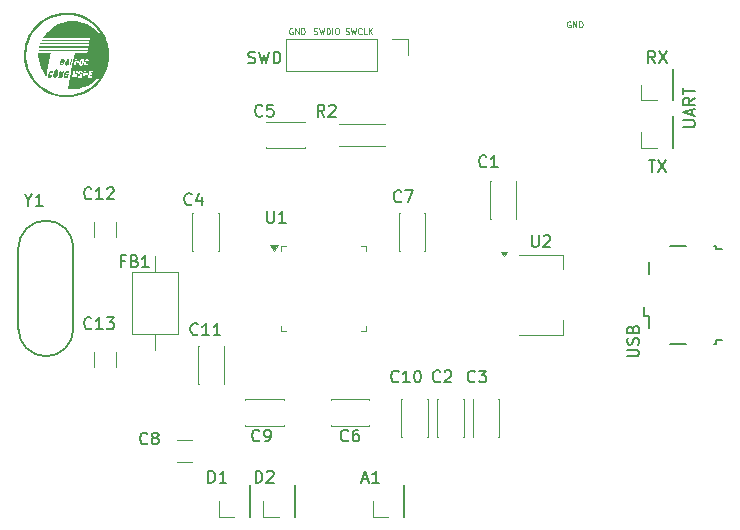
<source format=gbr>
%TF.GenerationSoftware,KiCad,Pcbnew,8.0.5*%
%TF.CreationDate,2024-10-18T14:20:25+07:00*%
%TF.ProjectId,stm32la_pcb,73746d33-326c-4615-9f70-63622e6b6963,rev?*%
%TF.SameCoordinates,Original*%
%TF.FileFunction,Legend,Top*%
%TF.FilePolarity,Positive*%
%FSLAX46Y46*%
G04 Gerber Fmt 4.6, Leading zero omitted, Abs format (unit mm)*
G04 Created by KiCad (PCBNEW 8.0.5) date 2024-10-18 14:20:25*
%MOMM*%
%LPD*%
G01*
G04 APERTURE LIST*
%ADD10C,0.150000*%
%ADD11C,0.125000*%
%ADD12C,0.120000*%
%ADD13C,0.000000*%
%ADD14C,0.127000*%
G04 APERTURE END LIST*
D10*
X128204819Y-63845237D02*
X129014342Y-63845237D01*
X129014342Y-63845237D02*
X129109580Y-63797618D01*
X129109580Y-63797618D02*
X129157200Y-63749999D01*
X129157200Y-63749999D02*
X129204819Y-63654761D01*
X129204819Y-63654761D02*
X129204819Y-63464285D01*
X129204819Y-63464285D02*
X129157200Y-63369047D01*
X129157200Y-63369047D02*
X129109580Y-63321428D01*
X129109580Y-63321428D02*
X129014342Y-63273809D01*
X129014342Y-63273809D02*
X128204819Y-63273809D01*
X128919104Y-62845237D02*
X128919104Y-62369047D01*
X129204819Y-62940475D02*
X128204819Y-62607142D01*
X128204819Y-62607142D02*
X129204819Y-62273809D01*
X129204819Y-61369047D02*
X128728628Y-61702380D01*
X129204819Y-61940475D02*
X128204819Y-61940475D01*
X128204819Y-61940475D02*
X128204819Y-61559523D01*
X128204819Y-61559523D02*
X128252438Y-61464285D01*
X128252438Y-61464285D02*
X128300057Y-61416666D01*
X128300057Y-61416666D02*
X128395295Y-61369047D01*
X128395295Y-61369047D02*
X128538152Y-61369047D01*
X128538152Y-61369047D02*
X128633390Y-61416666D01*
X128633390Y-61416666D02*
X128681009Y-61464285D01*
X128681009Y-61464285D02*
X128728628Y-61559523D01*
X128728628Y-61559523D02*
X128728628Y-61940475D01*
X128204819Y-61083332D02*
X128204819Y-60511904D01*
X129204819Y-60797618D02*
X128204819Y-60797618D01*
D11*
X96940476Y-55951000D02*
X97011904Y-55974809D01*
X97011904Y-55974809D02*
X97130952Y-55974809D01*
X97130952Y-55974809D02*
X97178571Y-55951000D01*
X97178571Y-55951000D02*
X97202380Y-55927190D01*
X97202380Y-55927190D02*
X97226190Y-55879571D01*
X97226190Y-55879571D02*
X97226190Y-55831952D01*
X97226190Y-55831952D02*
X97202380Y-55784333D01*
X97202380Y-55784333D02*
X97178571Y-55760523D01*
X97178571Y-55760523D02*
X97130952Y-55736714D01*
X97130952Y-55736714D02*
X97035714Y-55712904D01*
X97035714Y-55712904D02*
X96988095Y-55689095D01*
X96988095Y-55689095D02*
X96964285Y-55665285D01*
X96964285Y-55665285D02*
X96940476Y-55617666D01*
X96940476Y-55617666D02*
X96940476Y-55570047D01*
X96940476Y-55570047D02*
X96964285Y-55522428D01*
X96964285Y-55522428D02*
X96988095Y-55498619D01*
X96988095Y-55498619D02*
X97035714Y-55474809D01*
X97035714Y-55474809D02*
X97154761Y-55474809D01*
X97154761Y-55474809D02*
X97226190Y-55498619D01*
X97392856Y-55474809D02*
X97511904Y-55974809D01*
X97511904Y-55974809D02*
X97607142Y-55617666D01*
X97607142Y-55617666D02*
X97702380Y-55974809D01*
X97702380Y-55974809D02*
X97821428Y-55474809D01*
X98011904Y-55974809D02*
X98011904Y-55474809D01*
X98011904Y-55474809D02*
X98130952Y-55474809D01*
X98130952Y-55474809D02*
X98202380Y-55498619D01*
X98202380Y-55498619D02*
X98249999Y-55546238D01*
X98249999Y-55546238D02*
X98273809Y-55593857D01*
X98273809Y-55593857D02*
X98297618Y-55689095D01*
X98297618Y-55689095D02*
X98297618Y-55760523D01*
X98297618Y-55760523D02*
X98273809Y-55855761D01*
X98273809Y-55855761D02*
X98249999Y-55903380D01*
X98249999Y-55903380D02*
X98202380Y-55951000D01*
X98202380Y-55951000D02*
X98130952Y-55974809D01*
X98130952Y-55974809D02*
X98011904Y-55974809D01*
X98511904Y-55974809D02*
X98511904Y-55474809D01*
X98845237Y-55474809D02*
X98940475Y-55474809D01*
X98940475Y-55474809D02*
X98988094Y-55498619D01*
X98988094Y-55498619D02*
X99035713Y-55546238D01*
X99035713Y-55546238D02*
X99059523Y-55641476D01*
X99059523Y-55641476D02*
X99059523Y-55808142D01*
X99059523Y-55808142D02*
X99035713Y-55903380D01*
X99035713Y-55903380D02*
X98988094Y-55951000D01*
X98988094Y-55951000D02*
X98940475Y-55974809D01*
X98940475Y-55974809D02*
X98845237Y-55974809D01*
X98845237Y-55974809D02*
X98797618Y-55951000D01*
X98797618Y-55951000D02*
X98749999Y-55903380D01*
X98749999Y-55903380D02*
X98726190Y-55808142D01*
X98726190Y-55808142D02*
X98726190Y-55641476D01*
X98726190Y-55641476D02*
X98749999Y-55546238D01*
X98749999Y-55546238D02*
X98797618Y-55498619D01*
X98797618Y-55498619D02*
X98845237Y-55474809D01*
X118648397Y-54920657D02*
X118600778Y-54896847D01*
X118600778Y-54896847D02*
X118529349Y-54896847D01*
X118529349Y-54896847D02*
X118457921Y-54920657D01*
X118457921Y-54920657D02*
X118410302Y-54968276D01*
X118410302Y-54968276D02*
X118386492Y-55015895D01*
X118386492Y-55015895D02*
X118362683Y-55111133D01*
X118362683Y-55111133D02*
X118362683Y-55182561D01*
X118362683Y-55182561D02*
X118386492Y-55277799D01*
X118386492Y-55277799D02*
X118410302Y-55325418D01*
X118410302Y-55325418D02*
X118457921Y-55373038D01*
X118457921Y-55373038D02*
X118529349Y-55396847D01*
X118529349Y-55396847D02*
X118576968Y-55396847D01*
X118576968Y-55396847D02*
X118648397Y-55373038D01*
X118648397Y-55373038D02*
X118672206Y-55349228D01*
X118672206Y-55349228D02*
X118672206Y-55182561D01*
X118672206Y-55182561D02*
X118576968Y-55182561D01*
X118886492Y-55396847D02*
X118886492Y-54896847D01*
X118886492Y-54896847D02*
X119172206Y-55396847D01*
X119172206Y-55396847D02*
X119172206Y-54896847D01*
X119410302Y-55396847D02*
X119410302Y-54896847D01*
X119410302Y-54896847D02*
X119529350Y-54896847D01*
X119529350Y-54896847D02*
X119600778Y-54920657D01*
X119600778Y-54920657D02*
X119648397Y-54968276D01*
X119648397Y-54968276D02*
X119672207Y-55015895D01*
X119672207Y-55015895D02*
X119696016Y-55111133D01*
X119696016Y-55111133D02*
X119696016Y-55182561D01*
X119696016Y-55182561D02*
X119672207Y-55277799D01*
X119672207Y-55277799D02*
X119648397Y-55325418D01*
X119648397Y-55325418D02*
X119600778Y-55373038D01*
X119600778Y-55373038D02*
X119529350Y-55396847D01*
X119529350Y-55396847D02*
X119410302Y-55396847D01*
X99619048Y-55951000D02*
X99690476Y-55974809D01*
X99690476Y-55974809D02*
X99809524Y-55974809D01*
X99809524Y-55974809D02*
X99857143Y-55951000D01*
X99857143Y-55951000D02*
X99880952Y-55927190D01*
X99880952Y-55927190D02*
X99904762Y-55879571D01*
X99904762Y-55879571D02*
X99904762Y-55831952D01*
X99904762Y-55831952D02*
X99880952Y-55784333D01*
X99880952Y-55784333D02*
X99857143Y-55760523D01*
X99857143Y-55760523D02*
X99809524Y-55736714D01*
X99809524Y-55736714D02*
X99714286Y-55712904D01*
X99714286Y-55712904D02*
X99666667Y-55689095D01*
X99666667Y-55689095D02*
X99642857Y-55665285D01*
X99642857Y-55665285D02*
X99619048Y-55617666D01*
X99619048Y-55617666D02*
X99619048Y-55570047D01*
X99619048Y-55570047D02*
X99642857Y-55522428D01*
X99642857Y-55522428D02*
X99666667Y-55498619D01*
X99666667Y-55498619D02*
X99714286Y-55474809D01*
X99714286Y-55474809D02*
X99833333Y-55474809D01*
X99833333Y-55474809D02*
X99904762Y-55498619D01*
X100071428Y-55474809D02*
X100190476Y-55974809D01*
X100190476Y-55974809D02*
X100285714Y-55617666D01*
X100285714Y-55617666D02*
X100380952Y-55974809D01*
X100380952Y-55974809D02*
X100500000Y-55474809D01*
X100976190Y-55927190D02*
X100952381Y-55951000D01*
X100952381Y-55951000D02*
X100880952Y-55974809D01*
X100880952Y-55974809D02*
X100833333Y-55974809D01*
X100833333Y-55974809D02*
X100761905Y-55951000D01*
X100761905Y-55951000D02*
X100714286Y-55903380D01*
X100714286Y-55903380D02*
X100690476Y-55855761D01*
X100690476Y-55855761D02*
X100666667Y-55760523D01*
X100666667Y-55760523D02*
X100666667Y-55689095D01*
X100666667Y-55689095D02*
X100690476Y-55593857D01*
X100690476Y-55593857D02*
X100714286Y-55546238D01*
X100714286Y-55546238D02*
X100761905Y-55498619D01*
X100761905Y-55498619D02*
X100833333Y-55474809D01*
X100833333Y-55474809D02*
X100880952Y-55474809D01*
X100880952Y-55474809D02*
X100952381Y-55498619D01*
X100952381Y-55498619D02*
X100976190Y-55522428D01*
X101428571Y-55974809D02*
X101190476Y-55974809D01*
X101190476Y-55974809D02*
X101190476Y-55474809D01*
X101595238Y-55974809D02*
X101595238Y-55474809D01*
X101880952Y-55974809D02*
X101666667Y-55689095D01*
X101880952Y-55474809D02*
X101595238Y-55760523D01*
X95119047Y-55498619D02*
X95071428Y-55474809D01*
X95071428Y-55474809D02*
X94999999Y-55474809D01*
X94999999Y-55474809D02*
X94928571Y-55498619D01*
X94928571Y-55498619D02*
X94880952Y-55546238D01*
X94880952Y-55546238D02*
X94857142Y-55593857D01*
X94857142Y-55593857D02*
X94833333Y-55689095D01*
X94833333Y-55689095D02*
X94833333Y-55760523D01*
X94833333Y-55760523D02*
X94857142Y-55855761D01*
X94857142Y-55855761D02*
X94880952Y-55903380D01*
X94880952Y-55903380D02*
X94928571Y-55951000D01*
X94928571Y-55951000D02*
X94999999Y-55974809D01*
X94999999Y-55974809D02*
X95047618Y-55974809D01*
X95047618Y-55974809D02*
X95119047Y-55951000D01*
X95119047Y-55951000D02*
X95142856Y-55927190D01*
X95142856Y-55927190D02*
X95142856Y-55760523D01*
X95142856Y-55760523D02*
X95047618Y-55760523D01*
X95357142Y-55974809D02*
X95357142Y-55474809D01*
X95357142Y-55474809D02*
X95642856Y-55974809D01*
X95642856Y-55974809D02*
X95642856Y-55474809D01*
X95880952Y-55974809D02*
X95880952Y-55474809D01*
X95880952Y-55474809D02*
X96000000Y-55474809D01*
X96000000Y-55474809D02*
X96071428Y-55498619D01*
X96071428Y-55498619D02*
X96119047Y-55546238D01*
X96119047Y-55546238D02*
X96142857Y-55593857D01*
X96142857Y-55593857D02*
X96166666Y-55689095D01*
X96166666Y-55689095D02*
X96166666Y-55760523D01*
X96166666Y-55760523D02*
X96142857Y-55855761D01*
X96142857Y-55855761D02*
X96119047Y-55903380D01*
X96119047Y-55903380D02*
X96071428Y-55951000D01*
X96071428Y-55951000D02*
X96000000Y-55974809D01*
X96000000Y-55974809D02*
X95880952Y-55974809D01*
D10*
X125278095Y-66664819D02*
X125849523Y-66664819D01*
X125563809Y-67664819D02*
X125563809Y-66664819D01*
X126087619Y-66664819D02*
X126754285Y-67664819D01*
X126754285Y-66664819D02*
X126087619Y-67664819D01*
X111548333Y-67149580D02*
X111500714Y-67197200D01*
X111500714Y-67197200D02*
X111357857Y-67244819D01*
X111357857Y-67244819D02*
X111262619Y-67244819D01*
X111262619Y-67244819D02*
X111119762Y-67197200D01*
X111119762Y-67197200D02*
X111024524Y-67101961D01*
X111024524Y-67101961D02*
X110976905Y-67006723D01*
X110976905Y-67006723D02*
X110929286Y-66816247D01*
X110929286Y-66816247D02*
X110929286Y-66673390D01*
X110929286Y-66673390D02*
X110976905Y-66482914D01*
X110976905Y-66482914D02*
X111024524Y-66387676D01*
X111024524Y-66387676D02*
X111119762Y-66292438D01*
X111119762Y-66292438D02*
X111262619Y-66244819D01*
X111262619Y-66244819D02*
X111357857Y-66244819D01*
X111357857Y-66244819D02*
X111500714Y-66292438D01*
X111500714Y-66292438D02*
X111548333Y-66340057D01*
X112500714Y-67244819D02*
X111929286Y-67244819D01*
X112215000Y-67244819D02*
X112215000Y-66244819D01*
X112215000Y-66244819D02*
X112119762Y-66387676D01*
X112119762Y-66387676D02*
X112024524Y-66482914D01*
X112024524Y-66482914D02*
X111929286Y-66530533D01*
X80916666Y-75181009D02*
X80583333Y-75181009D01*
X80583333Y-75704819D02*
X80583333Y-74704819D01*
X80583333Y-74704819D02*
X81059523Y-74704819D01*
X81773809Y-75181009D02*
X81916666Y-75228628D01*
X81916666Y-75228628D02*
X81964285Y-75276247D01*
X81964285Y-75276247D02*
X82011904Y-75371485D01*
X82011904Y-75371485D02*
X82011904Y-75514342D01*
X82011904Y-75514342D02*
X81964285Y-75609580D01*
X81964285Y-75609580D02*
X81916666Y-75657200D01*
X81916666Y-75657200D02*
X81821428Y-75704819D01*
X81821428Y-75704819D02*
X81440476Y-75704819D01*
X81440476Y-75704819D02*
X81440476Y-74704819D01*
X81440476Y-74704819D02*
X81773809Y-74704819D01*
X81773809Y-74704819D02*
X81869047Y-74752438D01*
X81869047Y-74752438D02*
X81916666Y-74800057D01*
X81916666Y-74800057D02*
X81964285Y-74895295D01*
X81964285Y-74895295D02*
X81964285Y-74990533D01*
X81964285Y-74990533D02*
X81916666Y-75085771D01*
X81916666Y-75085771D02*
X81869047Y-75133390D01*
X81869047Y-75133390D02*
X81773809Y-75181009D01*
X81773809Y-75181009D02*
X81440476Y-75181009D01*
X82964285Y-75704819D02*
X82392857Y-75704819D01*
X82678571Y-75704819D02*
X82678571Y-74704819D01*
X82678571Y-74704819D02*
X82583333Y-74847676D01*
X82583333Y-74847676D02*
X82488095Y-74942914D01*
X82488095Y-74942914D02*
X82392857Y-74990533D01*
X92333333Y-90359580D02*
X92285714Y-90407200D01*
X92285714Y-90407200D02*
X92142857Y-90454819D01*
X92142857Y-90454819D02*
X92047619Y-90454819D01*
X92047619Y-90454819D02*
X91904762Y-90407200D01*
X91904762Y-90407200D02*
X91809524Y-90311961D01*
X91809524Y-90311961D02*
X91761905Y-90216723D01*
X91761905Y-90216723D02*
X91714286Y-90026247D01*
X91714286Y-90026247D02*
X91714286Y-89883390D01*
X91714286Y-89883390D02*
X91761905Y-89692914D01*
X91761905Y-89692914D02*
X91809524Y-89597676D01*
X91809524Y-89597676D02*
X91904762Y-89502438D01*
X91904762Y-89502438D02*
X92047619Y-89454819D01*
X92047619Y-89454819D02*
X92142857Y-89454819D01*
X92142857Y-89454819D02*
X92285714Y-89502438D01*
X92285714Y-89502438D02*
X92333333Y-89550057D01*
X92809524Y-90454819D02*
X93000000Y-90454819D01*
X93000000Y-90454819D02*
X93095238Y-90407200D01*
X93095238Y-90407200D02*
X93142857Y-90359580D01*
X93142857Y-90359580D02*
X93238095Y-90216723D01*
X93238095Y-90216723D02*
X93285714Y-90026247D01*
X93285714Y-90026247D02*
X93285714Y-89645295D01*
X93285714Y-89645295D02*
X93238095Y-89550057D01*
X93238095Y-89550057D02*
X93190476Y-89502438D01*
X93190476Y-89502438D02*
X93095238Y-89454819D01*
X93095238Y-89454819D02*
X92904762Y-89454819D01*
X92904762Y-89454819D02*
X92809524Y-89502438D01*
X92809524Y-89502438D02*
X92761905Y-89550057D01*
X92761905Y-89550057D02*
X92714286Y-89645295D01*
X92714286Y-89645295D02*
X92714286Y-89883390D01*
X92714286Y-89883390D02*
X92761905Y-89978628D01*
X92761905Y-89978628D02*
X92809524Y-90026247D01*
X92809524Y-90026247D02*
X92904762Y-90073866D01*
X92904762Y-90073866D02*
X93095238Y-90073866D01*
X93095238Y-90073866D02*
X93190476Y-90026247D01*
X93190476Y-90026247D02*
X93238095Y-89978628D01*
X93238095Y-89978628D02*
X93285714Y-89883390D01*
X92988095Y-70954819D02*
X92988095Y-71764342D01*
X92988095Y-71764342D02*
X93035714Y-71859580D01*
X93035714Y-71859580D02*
X93083333Y-71907200D01*
X93083333Y-71907200D02*
X93178571Y-71954819D01*
X93178571Y-71954819D02*
X93369047Y-71954819D01*
X93369047Y-71954819D02*
X93464285Y-71907200D01*
X93464285Y-71907200D02*
X93511904Y-71859580D01*
X93511904Y-71859580D02*
X93559523Y-71764342D01*
X93559523Y-71764342D02*
X93559523Y-70954819D01*
X94559523Y-71954819D02*
X93988095Y-71954819D01*
X94273809Y-71954819D02*
X94273809Y-70954819D01*
X94273809Y-70954819D02*
X94178571Y-71097676D01*
X94178571Y-71097676D02*
X94083333Y-71192914D01*
X94083333Y-71192914D02*
X93988095Y-71240533D01*
X88011905Y-93954819D02*
X88011905Y-92954819D01*
X88011905Y-92954819D02*
X88250000Y-92954819D01*
X88250000Y-92954819D02*
X88392857Y-93002438D01*
X88392857Y-93002438D02*
X88488095Y-93097676D01*
X88488095Y-93097676D02*
X88535714Y-93192914D01*
X88535714Y-93192914D02*
X88583333Y-93383390D01*
X88583333Y-93383390D02*
X88583333Y-93526247D01*
X88583333Y-93526247D02*
X88535714Y-93716723D01*
X88535714Y-93716723D02*
X88488095Y-93811961D01*
X88488095Y-93811961D02*
X88392857Y-93907200D01*
X88392857Y-93907200D02*
X88250000Y-93954819D01*
X88250000Y-93954819D02*
X88011905Y-93954819D01*
X89535714Y-93954819D02*
X88964286Y-93954819D01*
X89250000Y-93954819D02*
X89250000Y-92954819D01*
X89250000Y-92954819D02*
X89154762Y-93097676D01*
X89154762Y-93097676D02*
X89059524Y-93192914D01*
X89059524Y-93192914D02*
X88964286Y-93240533D01*
X86583333Y-70359580D02*
X86535714Y-70407200D01*
X86535714Y-70407200D02*
X86392857Y-70454819D01*
X86392857Y-70454819D02*
X86297619Y-70454819D01*
X86297619Y-70454819D02*
X86154762Y-70407200D01*
X86154762Y-70407200D02*
X86059524Y-70311961D01*
X86059524Y-70311961D02*
X86011905Y-70216723D01*
X86011905Y-70216723D02*
X85964286Y-70026247D01*
X85964286Y-70026247D02*
X85964286Y-69883390D01*
X85964286Y-69883390D02*
X86011905Y-69692914D01*
X86011905Y-69692914D02*
X86059524Y-69597676D01*
X86059524Y-69597676D02*
X86154762Y-69502438D01*
X86154762Y-69502438D02*
X86297619Y-69454819D01*
X86297619Y-69454819D02*
X86392857Y-69454819D01*
X86392857Y-69454819D02*
X86535714Y-69502438D01*
X86535714Y-69502438D02*
X86583333Y-69550057D01*
X87440476Y-69788152D02*
X87440476Y-70454819D01*
X87202381Y-69407200D02*
X86964286Y-70121485D01*
X86964286Y-70121485D02*
X87583333Y-70121485D01*
X104333333Y-70109580D02*
X104285714Y-70157200D01*
X104285714Y-70157200D02*
X104142857Y-70204819D01*
X104142857Y-70204819D02*
X104047619Y-70204819D01*
X104047619Y-70204819D02*
X103904762Y-70157200D01*
X103904762Y-70157200D02*
X103809524Y-70061961D01*
X103809524Y-70061961D02*
X103761905Y-69966723D01*
X103761905Y-69966723D02*
X103714286Y-69776247D01*
X103714286Y-69776247D02*
X103714286Y-69633390D01*
X103714286Y-69633390D02*
X103761905Y-69442914D01*
X103761905Y-69442914D02*
X103809524Y-69347676D01*
X103809524Y-69347676D02*
X103904762Y-69252438D01*
X103904762Y-69252438D02*
X104047619Y-69204819D01*
X104047619Y-69204819D02*
X104142857Y-69204819D01*
X104142857Y-69204819D02*
X104285714Y-69252438D01*
X104285714Y-69252438D02*
X104333333Y-69300057D01*
X104666667Y-69204819D02*
X105333333Y-69204819D01*
X105333333Y-69204819D02*
X104904762Y-70204819D01*
X110583333Y-85359580D02*
X110535714Y-85407200D01*
X110535714Y-85407200D02*
X110392857Y-85454819D01*
X110392857Y-85454819D02*
X110297619Y-85454819D01*
X110297619Y-85454819D02*
X110154762Y-85407200D01*
X110154762Y-85407200D02*
X110059524Y-85311961D01*
X110059524Y-85311961D02*
X110011905Y-85216723D01*
X110011905Y-85216723D02*
X109964286Y-85026247D01*
X109964286Y-85026247D02*
X109964286Y-84883390D01*
X109964286Y-84883390D02*
X110011905Y-84692914D01*
X110011905Y-84692914D02*
X110059524Y-84597676D01*
X110059524Y-84597676D02*
X110154762Y-84502438D01*
X110154762Y-84502438D02*
X110297619Y-84454819D01*
X110297619Y-84454819D02*
X110392857Y-84454819D01*
X110392857Y-84454819D02*
X110535714Y-84502438D01*
X110535714Y-84502438D02*
X110583333Y-84550057D01*
X110916667Y-84454819D02*
X111535714Y-84454819D01*
X111535714Y-84454819D02*
X111202381Y-84835771D01*
X111202381Y-84835771D02*
X111345238Y-84835771D01*
X111345238Y-84835771D02*
X111440476Y-84883390D01*
X111440476Y-84883390D02*
X111488095Y-84931009D01*
X111488095Y-84931009D02*
X111535714Y-85026247D01*
X111535714Y-85026247D02*
X111535714Y-85264342D01*
X111535714Y-85264342D02*
X111488095Y-85359580D01*
X111488095Y-85359580D02*
X111440476Y-85407200D01*
X111440476Y-85407200D02*
X111345238Y-85454819D01*
X111345238Y-85454819D02*
X111059524Y-85454819D01*
X111059524Y-85454819D02*
X110964286Y-85407200D01*
X110964286Y-85407200D02*
X110916667Y-85359580D01*
X91392857Y-58407200D02*
X91535714Y-58454819D01*
X91535714Y-58454819D02*
X91773809Y-58454819D01*
X91773809Y-58454819D02*
X91869047Y-58407200D01*
X91869047Y-58407200D02*
X91916666Y-58359580D01*
X91916666Y-58359580D02*
X91964285Y-58264342D01*
X91964285Y-58264342D02*
X91964285Y-58169104D01*
X91964285Y-58169104D02*
X91916666Y-58073866D01*
X91916666Y-58073866D02*
X91869047Y-58026247D01*
X91869047Y-58026247D02*
X91773809Y-57978628D01*
X91773809Y-57978628D02*
X91583333Y-57931009D01*
X91583333Y-57931009D02*
X91488095Y-57883390D01*
X91488095Y-57883390D02*
X91440476Y-57835771D01*
X91440476Y-57835771D02*
X91392857Y-57740533D01*
X91392857Y-57740533D02*
X91392857Y-57645295D01*
X91392857Y-57645295D02*
X91440476Y-57550057D01*
X91440476Y-57550057D02*
X91488095Y-57502438D01*
X91488095Y-57502438D02*
X91583333Y-57454819D01*
X91583333Y-57454819D02*
X91821428Y-57454819D01*
X91821428Y-57454819D02*
X91964285Y-57502438D01*
X92297619Y-57454819D02*
X92535714Y-58454819D01*
X92535714Y-58454819D02*
X92726190Y-57740533D01*
X92726190Y-57740533D02*
X92916666Y-58454819D01*
X92916666Y-58454819D02*
X93154762Y-57454819D01*
X93535714Y-58454819D02*
X93535714Y-57454819D01*
X93535714Y-57454819D02*
X93773809Y-57454819D01*
X93773809Y-57454819D02*
X93916666Y-57502438D01*
X93916666Y-57502438D02*
X94011904Y-57597676D01*
X94011904Y-57597676D02*
X94059523Y-57692914D01*
X94059523Y-57692914D02*
X94107142Y-57883390D01*
X94107142Y-57883390D02*
X94107142Y-58026247D01*
X94107142Y-58026247D02*
X94059523Y-58216723D01*
X94059523Y-58216723D02*
X94011904Y-58311961D01*
X94011904Y-58311961D02*
X93916666Y-58407200D01*
X93916666Y-58407200D02*
X93773809Y-58454819D01*
X93773809Y-58454819D02*
X93535714Y-58454819D01*
X92011905Y-93954819D02*
X92011905Y-92954819D01*
X92011905Y-92954819D02*
X92250000Y-92954819D01*
X92250000Y-92954819D02*
X92392857Y-93002438D01*
X92392857Y-93002438D02*
X92488095Y-93097676D01*
X92488095Y-93097676D02*
X92535714Y-93192914D01*
X92535714Y-93192914D02*
X92583333Y-93383390D01*
X92583333Y-93383390D02*
X92583333Y-93526247D01*
X92583333Y-93526247D02*
X92535714Y-93716723D01*
X92535714Y-93716723D02*
X92488095Y-93811961D01*
X92488095Y-93811961D02*
X92392857Y-93907200D01*
X92392857Y-93907200D02*
X92250000Y-93954819D01*
X92250000Y-93954819D02*
X92011905Y-93954819D01*
X92964286Y-93050057D02*
X93011905Y-93002438D01*
X93011905Y-93002438D02*
X93107143Y-92954819D01*
X93107143Y-92954819D02*
X93345238Y-92954819D01*
X93345238Y-92954819D02*
X93440476Y-93002438D01*
X93440476Y-93002438D02*
X93488095Y-93050057D01*
X93488095Y-93050057D02*
X93535714Y-93145295D01*
X93535714Y-93145295D02*
X93535714Y-93240533D01*
X93535714Y-93240533D02*
X93488095Y-93383390D01*
X93488095Y-93383390D02*
X92916667Y-93954819D01*
X92916667Y-93954819D02*
X93535714Y-93954819D01*
X99833333Y-90359580D02*
X99785714Y-90407200D01*
X99785714Y-90407200D02*
X99642857Y-90454819D01*
X99642857Y-90454819D02*
X99547619Y-90454819D01*
X99547619Y-90454819D02*
X99404762Y-90407200D01*
X99404762Y-90407200D02*
X99309524Y-90311961D01*
X99309524Y-90311961D02*
X99261905Y-90216723D01*
X99261905Y-90216723D02*
X99214286Y-90026247D01*
X99214286Y-90026247D02*
X99214286Y-89883390D01*
X99214286Y-89883390D02*
X99261905Y-89692914D01*
X99261905Y-89692914D02*
X99309524Y-89597676D01*
X99309524Y-89597676D02*
X99404762Y-89502438D01*
X99404762Y-89502438D02*
X99547619Y-89454819D01*
X99547619Y-89454819D02*
X99642857Y-89454819D01*
X99642857Y-89454819D02*
X99785714Y-89502438D01*
X99785714Y-89502438D02*
X99833333Y-89550057D01*
X100690476Y-89454819D02*
X100500000Y-89454819D01*
X100500000Y-89454819D02*
X100404762Y-89502438D01*
X100404762Y-89502438D02*
X100357143Y-89550057D01*
X100357143Y-89550057D02*
X100261905Y-89692914D01*
X100261905Y-89692914D02*
X100214286Y-89883390D01*
X100214286Y-89883390D02*
X100214286Y-90264342D01*
X100214286Y-90264342D02*
X100261905Y-90359580D01*
X100261905Y-90359580D02*
X100309524Y-90407200D01*
X100309524Y-90407200D02*
X100404762Y-90454819D01*
X100404762Y-90454819D02*
X100595238Y-90454819D01*
X100595238Y-90454819D02*
X100690476Y-90407200D01*
X100690476Y-90407200D02*
X100738095Y-90359580D01*
X100738095Y-90359580D02*
X100785714Y-90264342D01*
X100785714Y-90264342D02*
X100785714Y-90026247D01*
X100785714Y-90026247D02*
X100738095Y-89931009D01*
X100738095Y-89931009D02*
X100690476Y-89883390D01*
X100690476Y-89883390D02*
X100595238Y-89835771D01*
X100595238Y-89835771D02*
X100404762Y-89835771D01*
X100404762Y-89835771D02*
X100309524Y-89883390D01*
X100309524Y-89883390D02*
X100261905Y-89931009D01*
X100261905Y-89931009D02*
X100214286Y-90026247D01*
X72773348Y-70038616D02*
X72773348Y-70515268D01*
X72439692Y-69514299D02*
X72773348Y-70038616D01*
X72773348Y-70038616D02*
X73107005Y-69514299D01*
X73964978Y-70515268D02*
X73392995Y-70515268D01*
X73678986Y-70515268D02*
X73678986Y-69514299D01*
X73678986Y-69514299D02*
X73583656Y-69657294D01*
X73583656Y-69657294D02*
X73488326Y-69752625D01*
X73488326Y-69752625D02*
X73392995Y-69800290D01*
X78107142Y-69859580D02*
X78059523Y-69907200D01*
X78059523Y-69907200D02*
X77916666Y-69954819D01*
X77916666Y-69954819D02*
X77821428Y-69954819D01*
X77821428Y-69954819D02*
X77678571Y-69907200D01*
X77678571Y-69907200D02*
X77583333Y-69811961D01*
X77583333Y-69811961D02*
X77535714Y-69716723D01*
X77535714Y-69716723D02*
X77488095Y-69526247D01*
X77488095Y-69526247D02*
X77488095Y-69383390D01*
X77488095Y-69383390D02*
X77535714Y-69192914D01*
X77535714Y-69192914D02*
X77583333Y-69097676D01*
X77583333Y-69097676D02*
X77678571Y-69002438D01*
X77678571Y-69002438D02*
X77821428Y-68954819D01*
X77821428Y-68954819D02*
X77916666Y-68954819D01*
X77916666Y-68954819D02*
X78059523Y-69002438D01*
X78059523Y-69002438D02*
X78107142Y-69050057D01*
X79059523Y-69954819D02*
X78488095Y-69954819D01*
X78773809Y-69954819D02*
X78773809Y-68954819D01*
X78773809Y-68954819D02*
X78678571Y-69097676D01*
X78678571Y-69097676D02*
X78583333Y-69192914D01*
X78583333Y-69192914D02*
X78488095Y-69240533D01*
X79440476Y-69050057D02*
X79488095Y-69002438D01*
X79488095Y-69002438D02*
X79583333Y-68954819D01*
X79583333Y-68954819D02*
X79821428Y-68954819D01*
X79821428Y-68954819D02*
X79916666Y-69002438D01*
X79916666Y-69002438D02*
X79964285Y-69050057D01*
X79964285Y-69050057D02*
X80011904Y-69145295D01*
X80011904Y-69145295D02*
X80011904Y-69240533D01*
X80011904Y-69240533D02*
X79964285Y-69383390D01*
X79964285Y-69383390D02*
X79392857Y-69954819D01*
X79392857Y-69954819D02*
X80011904Y-69954819D01*
X125833333Y-58414819D02*
X125500000Y-57938628D01*
X125261905Y-58414819D02*
X125261905Y-57414819D01*
X125261905Y-57414819D02*
X125642857Y-57414819D01*
X125642857Y-57414819D02*
X125738095Y-57462438D01*
X125738095Y-57462438D02*
X125785714Y-57510057D01*
X125785714Y-57510057D02*
X125833333Y-57605295D01*
X125833333Y-57605295D02*
X125833333Y-57748152D01*
X125833333Y-57748152D02*
X125785714Y-57843390D01*
X125785714Y-57843390D02*
X125738095Y-57891009D01*
X125738095Y-57891009D02*
X125642857Y-57938628D01*
X125642857Y-57938628D02*
X125261905Y-57938628D01*
X126166667Y-57414819D02*
X126833333Y-58414819D01*
X126833333Y-57414819D02*
X126166667Y-58414819D01*
X101035714Y-93669104D02*
X101511904Y-93669104D01*
X100940476Y-93954819D02*
X101273809Y-92954819D01*
X101273809Y-92954819D02*
X101607142Y-93954819D01*
X102464285Y-93954819D02*
X101892857Y-93954819D01*
X102178571Y-93954819D02*
X102178571Y-92954819D01*
X102178571Y-92954819D02*
X102083333Y-93097676D01*
X102083333Y-93097676D02*
X101988095Y-93192914D01*
X101988095Y-93192914D02*
X101892857Y-93240533D01*
X115393095Y-72999819D02*
X115393095Y-73809342D01*
X115393095Y-73809342D02*
X115440714Y-73904580D01*
X115440714Y-73904580D02*
X115488333Y-73952200D01*
X115488333Y-73952200D02*
X115583571Y-73999819D01*
X115583571Y-73999819D02*
X115774047Y-73999819D01*
X115774047Y-73999819D02*
X115869285Y-73952200D01*
X115869285Y-73952200D02*
X115916904Y-73904580D01*
X115916904Y-73904580D02*
X115964523Y-73809342D01*
X115964523Y-73809342D02*
X115964523Y-72999819D01*
X116393095Y-73095057D02*
X116440714Y-73047438D01*
X116440714Y-73047438D02*
X116535952Y-72999819D01*
X116535952Y-72999819D02*
X116774047Y-72999819D01*
X116774047Y-72999819D02*
X116869285Y-73047438D01*
X116869285Y-73047438D02*
X116916904Y-73095057D01*
X116916904Y-73095057D02*
X116964523Y-73190295D01*
X116964523Y-73190295D02*
X116964523Y-73285533D01*
X116964523Y-73285533D02*
X116916904Y-73428390D01*
X116916904Y-73428390D02*
X116345476Y-73999819D01*
X116345476Y-73999819D02*
X116964523Y-73999819D01*
X78107142Y-80859580D02*
X78059523Y-80907200D01*
X78059523Y-80907200D02*
X77916666Y-80954819D01*
X77916666Y-80954819D02*
X77821428Y-80954819D01*
X77821428Y-80954819D02*
X77678571Y-80907200D01*
X77678571Y-80907200D02*
X77583333Y-80811961D01*
X77583333Y-80811961D02*
X77535714Y-80716723D01*
X77535714Y-80716723D02*
X77488095Y-80526247D01*
X77488095Y-80526247D02*
X77488095Y-80383390D01*
X77488095Y-80383390D02*
X77535714Y-80192914D01*
X77535714Y-80192914D02*
X77583333Y-80097676D01*
X77583333Y-80097676D02*
X77678571Y-80002438D01*
X77678571Y-80002438D02*
X77821428Y-79954819D01*
X77821428Y-79954819D02*
X77916666Y-79954819D01*
X77916666Y-79954819D02*
X78059523Y-80002438D01*
X78059523Y-80002438D02*
X78107142Y-80050057D01*
X79059523Y-80954819D02*
X78488095Y-80954819D01*
X78773809Y-80954819D02*
X78773809Y-79954819D01*
X78773809Y-79954819D02*
X78678571Y-80097676D01*
X78678571Y-80097676D02*
X78583333Y-80192914D01*
X78583333Y-80192914D02*
X78488095Y-80240533D01*
X79392857Y-79954819D02*
X80011904Y-79954819D01*
X80011904Y-79954819D02*
X79678571Y-80335771D01*
X79678571Y-80335771D02*
X79821428Y-80335771D01*
X79821428Y-80335771D02*
X79916666Y-80383390D01*
X79916666Y-80383390D02*
X79964285Y-80431009D01*
X79964285Y-80431009D02*
X80011904Y-80526247D01*
X80011904Y-80526247D02*
X80011904Y-80764342D01*
X80011904Y-80764342D02*
X79964285Y-80859580D01*
X79964285Y-80859580D02*
X79916666Y-80907200D01*
X79916666Y-80907200D02*
X79821428Y-80954819D01*
X79821428Y-80954819D02*
X79535714Y-80954819D01*
X79535714Y-80954819D02*
X79440476Y-80907200D01*
X79440476Y-80907200D02*
X79392857Y-80859580D01*
X97833333Y-62954819D02*
X97500000Y-62478628D01*
X97261905Y-62954819D02*
X97261905Y-61954819D01*
X97261905Y-61954819D02*
X97642857Y-61954819D01*
X97642857Y-61954819D02*
X97738095Y-62002438D01*
X97738095Y-62002438D02*
X97785714Y-62050057D01*
X97785714Y-62050057D02*
X97833333Y-62145295D01*
X97833333Y-62145295D02*
X97833333Y-62288152D01*
X97833333Y-62288152D02*
X97785714Y-62383390D01*
X97785714Y-62383390D02*
X97738095Y-62431009D01*
X97738095Y-62431009D02*
X97642857Y-62478628D01*
X97642857Y-62478628D02*
X97261905Y-62478628D01*
X98214286Y-62050057D02*
X98261905Y-62002438D01*
X98261905Y-62002438D02*
X98357143Y-61954819D01*
X98357143Y-61954819D02*
X98595238Y-61954819D01*
X98595238Y-61954819D02*
X98690476Y-62002438D01*
X98690476Y-62002438D02*
X98738095Y-62050057D01*
X98738095Y-62050057D02*
X98785714Y-62145295D01*
X98785714Y-62145295D02*
X98785714Y-62240533D01*
X98785714Y-62240533D02*
X98738095Y-62383390D01*
X98738095Y-62383390D02*
X98166667Y-62954819D01*
X98166667Y-62954819D02*
X98785714Y-62954819D01*
X92583333Y-62859580D02*
X92535714Y-62907200D01*
X92535714Y-62907200D02*
X92392857Y-62954819D01*
X92392857Y-62954819D02*
X92297619Y-62954819D01*
X92297619Y-62954819D02*
X92154762Y-62907200D01*
X92154762Y-62907200D02*
X92059524Y-62811961D01*
X92059524Y-62811961D02*
X92011905Y-62716723D01*
X92011905Y-62716723D02*
X91964286Y-62526247D01*
X91964286Y-62526247D02*
X91964286Y-62383390D01*
X91964286Y-62383390D02*
X92011905Y-62192914D01*
X92011905Y-62192914D02*
X92059524Y-62097676D01*
X92059524Y-62097676D02*
X92154762Y-62002438D01*
X92154762Y-62002438D02*
X92297619Y-61954819D01*
X92297619Y-61954819D02*
X92392857Y-61954819D01*
X92392857Y-61954819D02*
X92535714Y-62002438D01*
X92535714Y-62002438D02*
X92583333Y-62050057D01*
X93488095Y-61954819D02*
X93011905Y-61954819D01*
X93011905Y-61954819D02*
X92964286Y-62431009D01*
X92964286Y-62431009D02*
X93011905Y-62383390D01*
X93011905Y-62383390D02*
X93107143Y-62335771D01*
X93107143Y-62335771D02*
X93345238Y-62335771D01*
X93345238Y-62335771D02*
X93440476Y-62383390D01*
X93440476Y-62383390D02*
X93488095Y-62431009D01*
X93488095Y-62431009D02*
X93535714Y-62526247D01*
X93535714Y-62526247D02*
X93535714Y-62764342D01*
X93535714Y-62764342D02*
X93488095Y-62859580D01*
X93488095Y-62859580D02*
X93440476Y-62907200D01*
X93440476Y-62907200D02*
X93345238Y-62954819D01*
X93345238Y-62954819D02*
X93107143Y-62954819D01*
X93107143Y-62954819D02*
X93011905Y-62907200D01*
X93011905Y-62907200D02*
X92964286Y-62859580D01*
X82833333Y-90609580D02*
X82785714Y-90657200D01*
X82785714Y-90657200D02*
X82642857Y-90704819D01*
X82642857Y-90704819D02*
X82547619Y-90704819D01*
X82547619Y-90704819D02*
X82404762Y-90657200D01*
X82404762Y-90657200D02*
X82309524Y-90561961D01*
X82309524Y-90561961D02*
X82261905Y-90466723D01*
X82261905Y-90466723D02*
X82214286Y-90276247D01*
X82214286Y-90276247D02*
X82214286Y-90133390D01*
X82214286Y-90133390D02*
X82261905Y-89942914D01*
X82261905Y-89942914D02*
X82309524Y-89847676D01*
X82309524Y-89847676D02*
X82404762Y-89752438D01*
X82404762Y-89752438D02*
X82547619Y-89704819D01*
X82547619Y-89704819D02*
X82642857Y-89704819D01*
X82642857Y-89704819D02*
X82785714Y-89752438D01*
X82785714Y-89752438D02*
X82833333Y-89800057D01*
X83404762Y-90133390D02*
X83309524Y-90085771D01*
X83309524Y-90085771D02*
X83261905Y-90038152D01*
X83261905Y-90038152D02*
X83214286Y-89942914D01*
X83214286Y-89942914D02*
X83214286Y-89895295D01*
X83214286Y-89895295D02*
X83261905Y-89800057D01*
X83261905Y-89800057D02*
X83309524Y-89752438D01*
X83309524Y-89752438D02*
X83404762Y-89704819D01*
X83404762Y-89704819D02*
X83595238Y-89704819D01*
X83595238Y-89704819D02*
X83690476Y-89752438D01*
X83690476Y-89752438D02*
X83738095Y-89800057D01*
X83738095Y-89800057D02*
X83785714Y-89895295D01*
X83785714Y-89895295D02*
X83785714Y-89942914D01*
X83785714Y-89942914D02*
X83738095Y-90038152D01*
X83738095Y-90038152D02*
X83690476Y-90085771D01*
X83690476Y-90085771D02*
X83595238Y-90133390D01*
X83595238Y-90133390D02*
X83404762Y-90133390D01*
X83404762Y-90133390D02*
X83309524Y-90181009D01*
X83309524Y-90181009D02*
X83261905Y-90228628D01*
X83261905Y-90228628D02*
X83214286Y-90323866D01*
X83214286Y-90323866D02*
X83214286Y-90514342D01*
X83214286Y-90514342D02*
X83261905Y-90609580D01*
X83261905Y-90609580D02*
X83309524Y-90657200D01*
X83309524Y-90657200D02*
X83404762Y-90704819D01*
X83404762Y-90704819D02*
X83595238Y-90704819D01*
X83595238Y-90704819D02*
X83690476Y-90657200D01*
X83690476Y-90657200D02*
X83738095Y-90609580D01*
X83738095Y-90609580D02*
X83785714Y-90514342D01*
X83785714Y-90514342D02*
X83785714Y-90323866D01*
X83785714Y-90323866D02*
X83738095Y-90228628D01*
X83738095Y-90228628D02*
X83690476Y-90181009D01*
X83690476Y-90181009D02*
X83595238Y-90133390D01*
X104107142Y-85359580D02*
X104059523Y-85407200D01*
X104059523Y-85407200D02*
X103916666Y-85454819D01*
X103916666Y-85454819D02*
X103821428Y-85454819D01*
X103821428Y-85454819D02*
X103678571Y-85407200D01*
X103678571Y-85407200D02*
X103583333Y-85311961D01*
X103583333Y-85311961D02*
X103535714Y-85216723D01*
X103535714Y-85216723D02*
X103488095Y-85026247D01*
X103488095Y-85026247D02*
X103488095Y-84883390D01*
X103488095Y-84883390D02*
X103535714Y-84692914D01*
X103535714Y-84692914D02*
X103583333Y-84597676D01*
X103583333Y-84597676D02*
X103678571Y-84502438D01*
X103678571Y-84502438D02*
X103821428Y-84454819D01*
X103821428Y-84454819D02*
X103916666Y-84454819D01*
X103916666Y-84454819D02*
X104059523Y-84502438D01*
X104059523Y-84502438D02*
X104107142Y-84550057D01*
X105059523Y-85454819D02*
X104488095Y-85454819D01*
X104773809Y-85454819D02*
X104773809Y-84454819D01*
X104773809Y-84454819D02*
X104678571Y-84597676D01*
X104678571Y-84597676D02*
X104583333Y-84692914D01*
X104583333Y-84692914D02*
X104488095Y-84740533D01*
X105678571Y-84454819D02*
X105773809Y-84454819D01*
X105773809Y-84454819D02*
X105869047Y-84502438D01*
X105869047Y-84502438D02*
X105916666Y-84550057D01*
X105916666Y-84550057D02*
X105964285Y-84645295D01*
X105964285Y-84645295D02*
X106011904Y-84835771D01*
X106011904Y-84835771D02*
X106011904Y-85073866D01*
X106011904Y-85073866D02*
X105964285Y-85264342D01*
X105964285Y-85264342D02*
X105916666Y-85359580D01*
X105916666Y-85359580D02*
X105869047Y-85407200D01*
X105869047Y-85407200D02*
X105773809Y-85454819D01*
X105773809Y-85454819D02*
X105678571Y-85454819D01*
X105678571Y-85454819D02*
X105583333Y-85407200D01*
X105583333Y-85407200D02*
X105535714Y-85359580D01*
X105535714Y-85359580D02*
X105488095Y-85264342D01*
X105488095Y-85264342D02*
X105440476Y-85073866D01*
X105440476Y-85073866D02*
X105440476Y-84835771D01*
X105440476Y-84835771D02*
X105488095Y-84645295D01*
X105488095Y-84645295D02*
X105535714Y-84550057D01*
X105535714Y-84550057D02*
X105583333Y-84502438D01*
X105583333Y-84502438D02*
X105678571Y-84454819D01*
X123454819Y-83261904D02*
X124264342Y-83261904D01*
X124264342Y-83261904D02*
X124359580Y-83214285D01*
X124359580Y-83214285D02*
X124407200Y-83166666D01*
X124407200Y-83166666D02*
X124454819Y-83071428D01*
X124454819Y-83071428D02*
X124454819Y-82880952D01*
X124454819Y-82880952D02*
X124407200Y-82785714D01*
X124407200Y-82785714D02*
X124359580Y-82738095D01*
X124359580Y-82738095D02*
X124264342Y-82690476D01*
X124264342Y-82690476D02*
X123454819Y-82690476D01*
X124407200Y-82261904D02*
X124454819Y-82119047D01*
X124454819Y-82119047D02*
X124454819Y-81880952D01*
X124454819Y-81880952D02*
X124407200Y-81785714D01*
X124407200Y-81785714D02*
X124359580Y-81738095D01*
X124359580Y-81738095D02*
X124264342Y-81690476D01*
X124264342Y-81690476D02*
X124169104Y-81690476D01*
X124169104Y-81690476D02*
X124073866Y-81738095D01*
X124073866Y-81738095D02*
X124026247Y-81785714D01*
X124026247Y-81785714D02*
X123978628Y-81880952D01*
X123978628Y-81880952D02*
X123931009Y-82071428D01*
X123931009Y-82071428D02*
X123883390Y-82166666D01*
X123883390Y-82166666D02*
X123835771Y-82214285D01*
X123835771Y-82214285D02*
X123740533Y-82261904D01*
X123740533Y-82261904D02*
X123645295Y-82261904D01*
X123645295Y-82261904D02*
X123550057Y-82214285D01*
X123550057Y-82214285D02*
X123502438Y-82166666D01*
X123502438Y-82166666D02*
X123454819Y-82071428D01*
X123454819Y-82071428D02*
X123454819Y-81833333D01*
X123454819Y-81833333D02*
X123502438Y-81690476D01*
X123931009Y-80928571D02*
X123978628Y-80785714D01*
X123978628Y-80785714D02*
X124026247Y-80738095D01*
X124026247Y-80738095D02*
X124121485Y-80690476D01*
X124121485Y-80690476D02*
X124264342Y-80690476D01*
X124264342Y-80690476D02*
X124359580Y-80738095D01*
X124359580Y-80738095D02*
X124407200Y-80785714D01*
X124407200Y-80785714D02*
X124454819Y-80880952D01*
X124454819Y-80880952D02*
X124454819Y-81261904D01*
X124454819Y-81261904D02*
X123454819Y-81261904D01*
X123454819Y-81261904D02*
X123454819Y-80928571D01*
X123454819Y-80928571D02*
X123502438Y-80833333D01*
X123502438Y-80833333D02*
X123550057Y-80785714D01*
X123550057Y-80785714D02*
X123645295Y-80738095D01*
X123645295Y-80738095D02*
X123740533Y-80738095D01*
X123740533Y-80738095D02*
X123835771Y-80785714D01*
X123835771Y-80785714D02*
X123883390Y-80833333D01*
X123883390Y-80833333D02*
X123931009Y-80928571D01*
X123931009Y-80928571D02*
X123931009Y-81261904D01*
X87107142Y-81359580D02*
X87059523Y-81407200D01*
X87059523Y-81407200D02*
X86916666Y-81454819D01*
X86916666Y-81454819D02*
X86821428Y-81454819D01*
X86821428Y-81454819D02*
X86678571Y-81407200D01*
X86678571Y-81407200D02*
X86583333Y-81311961D01*
X86583333Y-81311961D02*
X86535714Y-81216723D01*
X86535714Y-81216723D02*
X86488095Y-81026247D01*
X86488095Y-81026247D02*
X86488095Y-80883390D01*
X86488095Y-80883390D02*
X86535714Y-80692914D01*
X86535714Y-80692914D02*
X86583333Y-80597676D01*
X86583333Y-80597676D02*
X86678571Y-80502438D01*
X86678571Y-80502438D02*
X86821428Y-80454819D01*
X86821428Y-80454819D02*
X86916666Y-80454819D01*
X86916666Y-80454819D02*
X87059523Y-80502438D01*
X87059523Y-80502438D02*
X87107142Y-80550057D01*
X88059523Y-81454819D02*
X87488095Y-81454819D01*
X87773809Y-81454819D02*
X87773809Y-80454819D01*
X87773809Y-80454819D02*
X87678571Y-80597676D01*
X87678571Y-80597676D02*
X87583333Y-80692914D01*
X87583333Y-80692914D02*
X87488095Y-80740533D01*
X89011904Y-81454819D02*
X88440476Y-81454819D01*
X88726190Y-81454819D02*
X88726190Y-80454819D01*
X88726190Y-80454819D02*
X88630952Y-80597676D01*
X88630952Y-80597676D02*
X88535714Y-80692914D01*
X88535714Y-80692914D02*
X88440476Y-80740533D01*
X107638333Y-85354580D02*
X107590714Y-85402200D01*
X107590714Y-85402200D02*
X107447857Y-85449819D01*
X107447857Y-85449819D02*
X107352619Y-85449819D01*
X107352619Y-85449819D02*
X107209762Y-85402200D01*
X107209762Y-85402200D02*
X107114524Y-85306961D01*
X107114524Y-85306961D02*
X107066905Y-85211723D01*
X107066905Y-85211723D02*
X107019286Y-85021247D01*
X107019286Y-85021247D02*
X107019286Y-84878390D01*
X107019286Y-84878390D02*
X107066905Y-84687914D01*
X107066905Y-84687914D02*
X107114524Y-84592676D01*
X107114524Y-84592676D02*
X107209762Y-84497438D01*
X107209762Y-84497438D02*
X107352619Y-84449819D01*
X107352619Y-84449819D02*
X107447857Y-84449819D01*
X107447857Y-84449819D02*
X107590714Y-84497438D01*
X107590714Y-84497438D02*
X107638333Y-84545057D01*
X108019286Y-84545057D02*
X108066905Y-84497438D01*
X108066905Y-84497438D02*
X108162143Y-84449819D01*
X108162143Y-84449819D02*
X108400238Y-84449819D01*
X108400238Y-84449819D02*
X108495476Y-84497438D01*
X108495476Y-84497438D02*
X108543095Y-84545057D01*
X108543095Y-84545057D02*
X108590714Y-84640295D01*
X108590714Y-84640295D02*
X108590714Y-84735533D01*
X108590714Y-84735533D02*
X108543095Y-84878390D01*
X108543095Y-84878390D02*
X107971667Y-85449819D01*
X107971667Y-85449819D02*
X108590714Y-85449819D01*
D12*
%TO.C,TX*%
X124670000Y-65580000D02*
X124670000Y-64250000D01*
X126000000Y-65580000D02*
X124670000Y-65580000D01*
X127270000Y-62920000D02*
X127330000Y-62920000D01*
X127270000Y-65580000D02*
X127270000Y-62920000D01*
X127270000Y-65580000D02*
X127330000Y-65580000D01*
X127330000Y-65580000D02*
X127330000Y-62920000D01*
%TO.C,C1*%
X111845000Y-68415000D02*
X111845000Y-71655000D01*
X111910000Y-68415000D02*
X111845000Y-68415000D01*
X111910000Y-71655000D02*
X111845000Y-71655000D01*
X114085000Y-68415000D02*
X114020000Y-68415000D01*
X114085000Y-68415000D02*
X114085000Y-71655000D01*
X114085000Y-71655000D02*
X114020000Y-71655000D01*
%TO.C,FB1*%
X81580000Y-76130000D02*
X81580000Y-81370000D01*
X81580000Y-81370000D02*
X85420000Y-81370000D01*
X83500000Y-74750000D02*
X83500000Y-76130000D01*
X83500000Y-82750000D02*
X83500000Y-81370000D01*
X85420000Y-76130000D02*
X81580000Y-76130000D01*
X85420000Y-81370000D02*
X85420000Y-76130000D01*
%TO.C,C9*%
X91130000Y-86880000D02*
X91130000Y-86945000D01*
X91130000Y-86880000D02*
X94370000Y-86880000D01*
X91130000Y-89055000D02*
X91130000Y-89120000D01*
X91130000Y-89120000D02*
X94370000Y-89120000D01*
X94370000Y-86880000D02*
X94370000Y-86945000D01*
X94370000Y-89055000D02*
X94370000Y-89120000D01*
%TO.C,U1*%
X94140000Y-73890000D02*
X94140000Y-74340000D01*
X94140000Y-81110000D02*
X94140000Y-80660000D01*
X94590000Y-73890000D02*
X94140000Y-73890000D01*
X94590000Y-81110000D02*
X94140000Y-81110000D01*
X100910000Y-73890000D02*
X101360000Y-73890000D01*
X100910000Y-81110000D02*
X101360000Y-81110000D01*
X101360000Y-73890000D02*
X101360000Y-74340000D01*
X101360000Y-81110000D02*
X101360000Y-80660000D01*
X93550000Y-74340000D02*
X93210000Y-73870000D01*
X93890000Y-73870000D01*
X93550000Y-74340000D01*
G36*
X93550000Y-74340000D02*
G01*
X93210000Y-73870000D01*
X93890000Y-73870000D01*
X93550000Y-74340000D01*
G37*
%TO.C,D1*%
X88870000Y-96830000D02*
X88870000Y-95500000D01*
X90200000Y-96830000D02*
X88870000Y-96830000D01*
X91470000Y-94170000D02*
X91530000Y-94170000D01*
X91470000Y-96830000D02*
X91470000Y-94170000D01*
X91470000Y-96830000D02*
X91530000Y-96830000D01*
X91530000Y-96830000D02*
X91530000Y-94170000D01*
%TO.C,C4*%
X86630000Y-71130000D02*
X86695000Y-71130000D01*
X86630000Y-74370000D02*
X86630000Y-71130000D01*
X86630000Y-74370000D02*
X86695000Y-74370000D01*
X88805000Y-71130000D02*
X88870000Y-71130000D01*
X88805000Y-74370000D02*
X88870000Y-74370000D01*
X88870000Y-74370000D02*
X88870000Y-71130000D01*
D13*
%TO.C,G\u002A\u002A\u002A*%
G36*
X76017008Y-58621494D02*
G01*
X76027651Y-58642052D01*
X76024528Y-58666292D01*
X76005638Y-58705339D01*
X75968145Y-58715555D01*
X75932227Y-58706837D01*
X75921306Y-58673395D01*
X75921179Y-58666292D01*
X75927968Y-58630491D01*
X75956294Y-58617903D01*
X75977562Y-58617029D01*
X76017008Y-58621494D01*
G37*
G36*
X77332389Y-58170701D02*
G01*
X77338391Y-58197115D01*
X77334972Y-58251662D01*
X77333075Y-58268497D01*
X77314047Y-58382686D01*
X77288365Y-58458185D01*
X77256056Y-58494927D01*
X77239499Y-58498798D01*
X77207844Y-58483845D01*
X77202017Y-58460357D01*
X77206825Y-58408699D01*
X77219051Y-58341477D01*
X77235399Y-58272736D01*
X77252571Y-58216521D01*
X77265847Y-58188441D01*
X77300869Y-58166181D01*
X77315521Y-58163810D01*
X77332389Y-58170701D01*
G37*
G36*
X76471120Y-58084045D02*
G01*
X76467082Y-58108068D01*
X76458822Y-58145420D01*
X76444780Y-58211508D01*
X76427037Y-58296448D01*
X76410695Y-58375640D01*
X76390821Y-58470783D01*
X76375745Y-58533870D01*
X76362498Y-58571486D01*
X76348111Y-58590211D01*
X76329615Y-58596628D01*
X76310685Y-58597324D01*
X76271459Y-58592719D01*
X76256892Y-58582545D01*
X76261152Y-58558694D01*
X76272268Y-58504144D01*
X76288617Y-58426684D01*
X76308575Y-58334102D01*
X76311331Y-58321451D01*
X76333707Y-58220277D01*
X76350628Y-58151254D01*
X76364877Y-58107993D01*
X76379238Y-58084106D01*
X76396497Y-58073204D01*
X76419438Y-58068898D01*
X76421510Y-58068657D01*
X76460660Y-58067839D01*
X76471120Y-58084045D01*
G37*
G36*
X74634273Y-57646548D02*
G01*
X74628586Y-57676418D01*
X74616425Y-57740994D01*
X74598546Y-57836238D01*
X74575705Y-57958114D01*
X74548658Y-58102587D01*
X74518162Y-58265618D01*
X74484972Y-58443173D01*
X74449844Y-58631214D01*
X74449733Y-58631808D01*
X74414833Y-58817617D01*
X74381868Y-58991058D01*
X74351578Y-59148392D01*
X74324701Y-59285877D01*
X74301975Y-59399772D01*
X74284139Y-59486336D01*
X74271932Y-59541827D01*
X74266092Y-59562504D01*
X74265972Y-59562557D01*
X74250950Y-59547460D01*
X74218941Y-59507270D01*
X74175560Y-59449181D01*
X74151348Y-59415656D01*
X73975017Y-59135291D01*
X73832900Y-58836563D01*
X73725927Y-58522205D01*
X73655027Y-58194956D01*
X73621128Y-57857551D01*
X73620950Y-57853453D01*
X73609768Y-57592359D01*
X74127352Y-57592359D01*
X74644935Y-57592359D01*
X74634273Y-57646548D01*
G37*
G36*
X76177346Y-58330114D02*
G01*
X76177346Y-58597324D01*
X76117855Y-58597324D01*
X76077080Y-58593779D01*
X76065862Y-58576017D01*
X76071259Y-58545946D01*
X76071976Y-58496016D01*
X76056856Y-58477279D01*
X76013162Y-58461056D01*
X75978188Y-58478055D01*
X75946768Y-58528356D01*
X75917112Y-58576216D01*
X75882111Y-58595379D01*
X75858414Y-58597324D01*
X75818470Y-58595389D01*
X75802948Y-58591039D01*
X75810688Y-58571856D01*
X75831955Y-58523427D01*
X75863822Y-58452318D01*
X75903361Y-58365094D01*
X75903654Y-58364451D01*
X76021164Y-58364451D01*
X76035939Y-58377345D01*
X76044336Y-58375763D01*
X76063682Y-58352308D01*
X76074340Y-58310079D01*
X76076525Y-58271687D01*
X76068833Y-58268248D01*
X76049709Y-58290733D01*
X76025982Y-58331972D01*
X76021164Y-58364451D01*
X75903654Y-58364451D01*
X75919397Y-58329945D01*
X75965421Y-58229842D01*
X75999154Y-58159980D01*
X76024634Y-58114734D01*
X76045896Y-58088476D01*
X76066979Y-58075579D01*
X76091919Y-58070416D01*
X76106596Y-58069020D01*
X76177346Y-58062905D01*
X76177346Y-58330114D01*
G37*
G36*
X74777232Y-59097771D02*
G01*
X74820599Y-59134800D01*
X74834463Y-59197838D01*
X74833335Y-59218038D01*
X74821819Y-59262062D01*
X74791198Y-59280497D01*
X74773351Y-59283388D01*
X74734084Y-59282649D01*
X74720331Y-59260564D01*
X74719162Y-59237681D01*
X74713069Y-59200064D01*
X74688242Y-59190721D01*
X74674841Y-59192036D01*
X74635592Y-59217030D01*
X74603800Y-59279995D01*
X74579341Y-59381236D01*
X74568644Y-59456102D01*
X74562704Y-59517483D01*
X74565158Y-59549395D01*
X74578464Y-59561328D01*
X74596290Y-59562879D01*
X74635076Y-59544551D01*
X74657093Y-59503763D01*
X74679798Y-59460891D01*
X74716381Y-59445641D01*
X74738106Y-59444647D01*
X74798511Y-59444647D01*
X74768286Y-59518542D01*
X74738063Y-59575888D01*
X74702726Y-59621571D01*
X74696870Y-59626921D01*
X74646535Y-59651264D01*
X74581246Y-59661213D01*
X74516788Y-59656574D01*
X74468949Y-59637156D01*
X74461301Y-59629807D01*
X74443211Y-59582100D01*
X74439715Y-59505052D01*
X74450727Y-59405893D01*
X74464778Y-59336589D01*
X74495518Y-59229880D01*
X74532328Y-59157046D01*
X74580491Y-59112559D01*
X74645289Y-59090891D01*
X74703953Y-59086334D01*
X74777232Y-59097771D01*
G37*
G36*
X76128160Y-59097967D02*
G01*
X76175401Y-59124600D01*
X76194500Y-59173746D01*
X76193340Y-59223938D01*
X76179015Y-59265534D01*
X76141095Y-59282299D01*
X76133010Y-59283388D01*
X76093740Y-59282647D01*
X76079987Y-59260569D01*
X76078820Y-59237743D01*
X76073326Y-59200779D01*
X76048613Y-59190455D01*
X76024631Y-59192097D01*
X75985717Y-59204417D01*
X75959754Y-59237462D01*
X75944273Y-59277153D01*
X75926201Y-59345918D01*
X75911182Y-59427300D01*
X75907032Y-59459426D01*
X75901959Y-59519624D01*
X75905319Y-59550470D01*
X75919910Y-59561620D01*
X75937010Y-59562879D01*
X75978645Y-59547705D01*
X76008735Y-59519084D01*
X76035083Y-59473930D01*
X76032651Y-59450877D01*
X76002732Y-59444647D01*
X75976618Y-59435888D01*
X75974130Y-59403062D01*
X75975472Y-59395384D01*
X75985420Y-59365389D01*
X76007747Y-59350852D01*
X76053848Y-59346339D01*
X76078793Y-59346121D01*
X76172697Y-59346121D01*
X76140494Y-59498837D01*
X76108292Y-59651552D01*
X75980251Y-59654813D01*
X75909926Y-59655005D01*
X75853734Y-59652267D01*
X75826306Y-59647820D01*
X75792476Y-59615177D01*
X75779062Y-59551366D01*
X75785898Y-59455208D01*
X75793115Y-59413320D01*
X75820099Y-59291086D01*
X75849476Y-59203077D01*
X75885315Y-59144143D01*
X75931683Y-59109136D01*
X75992648Y-59092905D01*
X76048569Y-59089954D01*
X76128160Y-59097967D01*
G37*
G36*
X75763453Y-58077127D02*
G01*
X75796599Y-58098688D01*
X75804348Y-58106095D01*
X75830687Y-58139908D01*
X75839517Y-58179541D01*
X75834680Y-58240060D01*
X75811742Y-58356015D01*
X75778177Y-58455115D01*
X75737361Y-58528749D01*
X75710116Y-58557664D01*
X75663717Y-58583208D01*
X75600551Y-58595265D01*
X75541930Y-58597324D01*
X75424163Y-58597324D01*
X75437259Y-58523429D01*
X75445286Y-58482270D01*
X75560512Y-58482270D01*
X75578261Y-58497244D01*
X75600461Y-58498798D01*
X75639120Y-58487124D01*
X75668641Y-58446574D01*
X75675981Y-58430195D01*
X75695021Y-58366298D01*
X75707670Y-58290248D01*
X75709460Y-58267627D01*
X75710324Y-58210208D01*
X75702409Y-58181080D01*
X75681508Y-58169394D01*
X75670634Y-58167457D01*
X75635449Y-58172431D01*
X75615857Y-58206412D01*
X75613333Y-58215682D01*
X75609877Y-58261608D01*
X75622489Y-58277719D01*
X75643191Y-58300958D01*
X75642162Y-58336890D01*
X75622153Y-58367329D01*
X75607871Y-58374341D01*
X75575278Y-58401668D01*
X75562021Y-58441464D01*
X75560512Y-58482270D01*
X75445286Y-58482270D01*
X75448632Y-58465112D01*
X75459297Y-58419273D01*
X75460485Y-58415051D01*
X75459609Y-58386517D01*
X75449582Y-58380567D01*
X75430667Y-58366822D01*
X75433215Y-58334585D01*
X75455669Y-58297351D01*
X75459675Y-58293140D01*
X75482923Y-58255800D01*
X75505716Y-58197383D01*
X75513864Y-58168575D01*
X75536928Y-58075136D01*
X75649278Y-58069255D01*
X75718934Y-58068406D01*
X75763453Y-58077127D01*
G37*
G36*
X75502907Y-59093961D02*
G01*
X75526278Y-59111181D01*
X75541870Y-59149414D01*
X75554194Y-59216459D01*
X75558519Y-59247798D01*
X75571360Y-59317704D01*
X75585760Y-59351601D01*
X75600385Y-59348466D01*
X75613903Y-59307272D01*
X75616686Y-59292480D01*
X75632944Y-59204003D01*
X75647370Y-59147203D01*
X75663441Y-59114708D01*
X75684634Y-59099143D01*
X75710487Y-59093571D01*
X75735632Y-59092493D01*
X75752074Y-59099640D01*
X75759768Y-59120189D01*
X75758671Y-59159317D01*
X75748736Y-59222203D01*
X75729921Y-59314023D01*
X75707710Y-59415090D01*
X75685525Y-59513728D01*
X75668928Y-59580227D01*
X75654970Y-59620923D01*
X75640703Y-59642152D01*
X75623179Y-59650250D01*
X75599449Y-59651552D01*
X75597670Y-59651552D01*
X75567337Y-59649265D01*
X75547300Y-59636870D01*
X75532196Y-59606068D01*
X75516660Y-59548559D01*
X75508526Y-59513616D01*
X75489484Y-59439351D01*
X75474341Y-59404057D01*
X75461513Y-59407681D01*
X75449416Y-59450166D01*
X75439327Y-59511209D01*
X75429073Y-59573232D01*
X75418951Y-59621065D01*
X75415003Y-59634366D01*
X75390016Y-59653999D01*
X75348303Y-59661892D01*
X75311623Y-59654797D01*
X75306098Y-59650616D01*
X75305095Y-59627733D01*
X75311805Y-59576147D01*
X75324854Y-59505503D01*
X75330636Y-59478196D01*
X75350899Y-59384347D01*
X75371265Y-59288164D01*
X75387613Y-59209131D01*
X75388800Y-59203259D01*
X75403105Y-59139659D01*
X75417420Y-59105727D01*
X75438132Y-59092238D01*
X75467248Y-59089954D01*
X75502907Y-59093961D01*
G37*
G36*
X75198904Y-58941503D02*
G01*
X75227359Y-58966927D01*
X75240705Y-58990181D01*
X75261334Y-59033011D01*
X75270836Y-59058534D01*
X75270907Y-59059418D01*
X75255330Y-59069885D01*
X75220759Y-59069628D01*
X75185433Y-59060835D01*
X75167934Y-59047055D01*
X75148150Y-59034333D01*
X75136734Y-59038365D01*
X75116903Y-59060879D01*
X75115059Y-59082505D01*
X75128045Y-59087620D01*
X75196779Y-59093402D01*
X75246472Y-59130595D01*
X75269963Y-59193035D01*
X75270907Y-59210629D01*
X75266529Y-59259423D01*
X75255049Y-59330994D01*
X75238947Y-59409892D01*
X75238859Y-59410280D01*
X75205059Y-59522016D01*
X75160865Y-59598572D01*
X75103027Y-59643529D01*
X75028294Y-59660464D01*
X75011329Y-59660805D01*
X74949824Y-59655906D01*
X74900915Y-59644424D01*
X74891582Y-59640121D01*
X74866966Y-59604203D01*
X74857386Y-59537908D01*
X74858632Y-59517505D01*
X74976530Y-59517505D01*
X74979009Y-59549431D01*
X74992300Y-59561357D01*
X75009614Y-59562879D01*
X75054282Y-59549533D01*
X75072973Y-59534384D01*
X75090712Y-59498705D01*
X75110977Y-59437517D01*
X75130262Y-59364255D01*
X75145063Y-59292356D01*
X75151876Y-59235258D01*
X75151974Y-59231508D01*
X75146073Y-59199002D01*
X75119156Y-59190523D01*
X75098487Y-59192097D01*
X75057968Y-59209951D01*
X75026444Y-59255512D01*
X75002277Y-59332509D01*
X74983828Y-59444669D01*
X74982453Y-59456102D01*
X74976530Y-59517505D01*
X74858632Y-59517505D01*
X74862918Y-59447322D01*
X74883635Y-59338526D01*
X74887696Y-59322401D01*
X74914584Y-59230425D01*
X74941801Y-59168725D01*
X74974725Y-59128493D01*
X75018736Y-59100918D01*
X75024592Y-59098231D01*
X75062648Y-59080261D01*
X75066452Y-59072897D01*
X75037912Y-59071070D01*
X75034824Y-59071020D01*
X74985940Y-59070249D01*
X75045642Y-59010546D01*
X75096063Y-58970145D01*
X75146893Y-58944194D01*
X75157923Y-58941310D01*
X75198904Y-58941503D01*
G37*
G36*
X76235576Y-54159203D02*
G01*
X76591220Y-54199628D01*
X76940611Y-54274702D01*
X77280906Y-54383974D01*
X77609266Y-54526991D01*
X77922848Y-54703302D01*
X78218812Y-54912455D01*
X78468947Y-55129524D01*
X78665521Y-55326949D01*
X78832993Y-55517790D01*
X78978318Y-55711373D01*
X79108450Y-55917024D01*
X79230343Y-56144071D01*
X79240092Y-56163732D01*
X79302998Y-56300895D01*
X79364253Y-56452062D01*
X79421496Y-56609707D01*
X79472364Y-56766306D01*
X79514498Y-56914333D01*
X79545536Y-57046262D01*
X79563116Y-57154568D01*
X79566214Y-57203181D01*
X79571170Y-57242557D01*
X79581419Y-57257429D01*
X79589597Y-57276097D01*
X79595852Y-57327830D01*
X79600207Y-57406329D01*
X79602686Y-57505297D01*
X79603310Y-57618437D01*
X79602103Y-57739450D01*
X79599086Y-57862039D01*
X79594284Y-57979905D01*
X79587719Y-58086752D01*
X79579413Y-58176281D01*
X79578065Y-58187457D01*
X79512347Y-58557867D01*
X79410062Y-58915605D01*
X79272391Y-59258414D01*
X79100518Y-59584033D01*
X78895625Y-59890206D01*
X78658896Y-60174673D01*
X78408707Y-60419990D01*
X78112437Y-60657886D01*
X77799066Y-60860526D01*
X77469888Y-61027508D01*
X77126196Y-61158430D01*
X76769282Y-61252891D01*
X76400441Y-61310489D01*
X76020965Y-61330822D01*
X75632147Y-61313489D01*
X75556633Y-61305828D01*
X75202378Y-61247065D01*
X74854217Y-61150511D01*
X74515783Y-61017711D01*
X74190710Y-60850206D01*
X73882631Y-60649540D01*
X73724049Y-60527476D01*
X73629285Y-60445065D01*
X73520884Y-60342450D01*
X73407474Y-60228549D01*
X73297681Y-60112281D01*
X73200134Y-60002565D01*
X73123460Y-59908317D01*
X73117754Y-59900733D01*
X72909893Y-59590311D01*
X72737460Y-59265703D01*
X72600408Y-58929597D01*
X72498694Y-58584677D01*
X72432272Y-58233631D01*
X72401098Y-57879143D01*
X72403800Y-57640908D01*
X72593031Y-57640908D01*
X72600507Y-57990603D01*
X72644837Y-58341727D01*
X72727012Y-58691736D01*
X72761836Y-58804229D01*
X72893061Y-59141338D01*
X73059050Y-59461263D01*
X73257977Y-59761458D01*
X73488016Y-60039378D01*
X73747340Y-60292479D01*
X73945335Y-60453535D01*
X74221844Y-60642459D01*
X74510034Y-60800343D01*
X74814628Y-60929092D01*
X75140352Y-61030611D01*
X75491931Y-61106804D01*
X75615748Y-61126913D01*
X75653349Y-61129324D01*
X75723216Y-61130811D01*
X75818212Y-61131337D01*
X75931204Y-61130869D01*
X76055055Y-61129370D01*
X76068968Y-61129141D01*
X76234136Y-61125157D01*
X76368204Y-61118942D01*
X76479449Y-61109841D01*
X76576150Y-61097196D01*
X76656139Y-61082543D01*
X77015918Y-60988955D01*
X77358020Y-60861676D01*
X77680584Y-60702414D01*
X77981752Y-60512875D01*
X78259665Y-60294766D01*
X78512463Y-60049794D01*
X78738287Y-59779666D01*
X78935278Y-59486090D01*
X79101577Y-59170772D01*
X79235324Y-58835419D01*
X79287850Y-58666292D01*
X79315862Y-58563584D01*
X79332209Y-58495720D01*
X79337114Y-58463285D01*
X79330801Y-58466865D01*
X79313494Y-58507045D01*
X79285414Y-58584410D01*
X79271795Y-58624186D01*
X79143613Y-58944225D01*
X78983849Y-59241988D01*
X78794361Y-59515809D01*
X78577009Y-59764022D01*
X78333653Y-59984963D01*
X78066151Y-60176966D01*
X77776363Y-60338366D01*
X77466148Y-60467498D01*
X77137366Y-60562697D01*
X77097351Y-60571632D01*
X77014554Y-60588063D01*
X76935051Y-60599962D01*
X76849768Y-60608024D01*
X76749634Y-60612949D01*
X76625573Y-60615433D01*
X76518914Y-60616095D01*
X76400948Y-60615900D01*
X76296963Y-60614759D01*
X76213206Y-60612817D01*
X76155921Y-60610224D01*
X76131353Y-60607127D01*
X76131015Y-60606891D01*
X76132931Y-60586372D01*
X76141627Y-60530103D01*
X76156572Y-60441058D01*
X76177233Y-60322212D01*
X76203078Y-60176539D01*
X76233573Y-60007015D01*
X76268188Y-59816615D01*
X76306388Y-59608313D01*
X76307137Y-59604259D01*
X76457616Y-59604259D01*
X76458024Y-59638156D01*
X76467348Y-59654871D01*
X76485737Y-59659739D01*
X76513343Y-59658096D01*
X76517159Y-59657727D01*
X76551799Y-59652190D01*
X76573707Y-59637844D01*
X76589127Y-59605604D01*
X76604302Y-59546384D01*
X76609415Y-59523468D01*
X76637731Y-59395384D01*
X76653316Y-59484058D01*
X76668531Y-59567510D01*
X76681397Y-59619553D01*
X76696334Y-59647603D01*
X76717764Y-59659076D01*
X76750106Y-59661389D01*
X76759025Y-59661405D01*
X76804492Y-59659312D01*
X76827072Y-59654171D01*
X76827618Y-59653129D01*
X76831437Y-59632332D01*
X76841685Y-59581645D01*
X76850626Y-59538371D01*
X76926144Y-59538371D01*
X76940663Y-59610713D01*
X76983500Y-59656001D01*
X77053573Y-59673427D01*
X77103491Y-59670822D01*
X77167967Y-59664394D01*
X77225251Y-59661622D01*
X77255647Y-59658050D01*
X77272745Y-59643276D01*
X77359658Y-59643276D01*
X77376939Y-59655442D01*
X77419226Y-59661309D01*
X77426063Y-59661405D01*
X77462808Y-59659635D01*
X77484889Y-59648323D01*
X77499088Y-59618464D01*
X77512189Y-59561055D01*
X77515940Y-59542093D01*
X77537214Y-59462096D01*
X77564032Y-59417844D01*
X77599357Y-59405757D01*
X77623878Y-59411672D01*
X77638955Y-59438269D01*
X77635608Y-59498869D01*
X77613912Y-59592676D01*
X77603913Y-59626921D01*
X77603757Y-59650195D01*
X77628223Y-59659950D01*
X77663386Y-59661405D01*
X77713222Y-59656215D01*
X77724513Y-59646626D01*
X77812794Y-59646626D01*
X77829476Y-59658490D01*
X77853854Y-59661405D01*
X77881410Y-59666889D01*
X77887047Y-59690963D01*
X77881846Y-59720520D01*
X77875930Y-59759741D01*
X77888341Y-59776120D01*
X77928770Y-59779609D01*
X77939396Y-59779636D01*
X77986417Y-59776525D01*
X78005980Y-59760574D01*
X78009929Y-59721857D01*
X78009930Y-59720520D01*
X78014888Y-59678588D01*
X78037753Y-59663146D01*
X78066747Y-59661405D01*
X78113309Y-59651806D01*
X78134750Y-59618630D01*
X78134765Y-59618575D01*
X78139682Y-59574997D01*
X78120985Y-59551891D01*
X78072196Y-59543613D01*
X78048177Y-59543173D01*
X77994790Y-59539593D01*
X77973921Y-59522898D01*
X77979597Y-59484154D01*
X77989737Y-59455783D01*
X78008984Y-59422316D01*
X78041580Y-59407900D01*
X78088263Y-59405237D01*
X78137805Y-59401246D01*
X78165477Y-59391270D01*
X78167571Y-59387144D01*
X78174071Y-59354120D01*
X78179532Y-59337881D01*
X78180074Y-59317913D01*
X78156120Y-59308696D01*
X78109255Y-59306711D01*
X78057600Y-59304777D01*
X78035158Y-59294142D01*
X78031756Y-59267552D01*
X78033252Y-59252522D01*
X78041015Y-59218451D01*
X78061625Y-59202459D01*
X78106755Y-59197470D01*
X78124721Y-59197091D01*
X78196776Y-59186094D01*
X78236372Y-59154738D01*
X78246090Y-59114585D01*
X78230330Y-59099620D01*
X78180689Y-59090765D01*
X78113382Y-59087668D01*
X78053630Y-59085347D01*
X78019543Y-59081348D01*
X78017618Y-59076488D01*
X78019782Y-59075903D01*
X78061275Y-59059982D01*
X78077444Y-59049100D01*
X78106500Y-59044412D01*
X78120589Y-59052436D01*
X78158133Y-59066037D01*
X78195957Y-59066746D01*
X78246431Y-59060396D01*
X78207291Y-58996354D01*
X78162176Y-58946352D01*
X78110308Y-58934435D01*
X78050292Y-58960582D01*
X78011261Y-58993120D01*
X77975429Y-59031718D01*
X77958323Y-59059076D01*
X77958769Y-59065067D01*
X77955676Y-59084691D01*
X77943274Y-59097858D01*
X77932287Y-59121790D01*
X77915636Y-59175620D01*
X77895402Y-59250605D01*
X77873664Y-59338000D01*
X77852499Y-59429062D01*
X77833989Y-59515045D01*
X77820211Y-59587207D01*
X77813244Y-59636803D01*
X77812794Y-59646626D01*
X77724513Y-59646626D01*
X77737010Y-59636013D01*
X77743289Y-59617068D01*
X77771801Y-59489452D01*
X77797871Y-59370910D01*
X77820225Y-59267398D01*
X77837591Y-59184874D01*
X77848696Y-59129294D01*
X77852288Y-59107011D01*
X77835015Y-59095524D01*
X77792795Y-59090033D01*
X77786456Y-59089954D01*
X77748577Y-59092182D01*
X77726053Y-59105131D01*
X77711071Y-59138197D01*
X77696369Y-59198333D01*
X77680498Y-59260536D01*
X77664486Y-59293101D01*
X77641947Y-59305304D01*
X77621747Y-59306711D01*
X77589903Y-59303639D01*
X77578214Y-59287020D01*
X77581201Y-59245754D01*
X77583707Y-59229613D01*
X77594724Y-59171469D01*
X77606114Y-59126751D01*
X77608039Y-59121234D01*
X77608347Y-59100008D01*
X77582017Y-59091114D01*
X77550294Y-59089954D01*
X77495485Y-59097631D01*
X77470669Y-59122579D01*
X77470063Y-59124438D01*
X77461178Y-59159269D01*
X77447011Y-59220859D01*
X77429502Y-59300090D01*
X77410592Y-59387841D01*
X77392222Y-59474992D01*
X77376332Y-59552423D01*
X77364863Y-59611014D01*
X77359756Y-59641645D01*
X77359658Y-59643276D01*
X77272745Y-59643276D01*
X77274795Y-59641505D01*
X77288826Y-59602772D01*
X77300793Y-59548100D01*
X77315215Y-59477536D01*
X77328099Y-59416609D01*
X77334164Y-59389345D01*
X77337829Y-59363320D01*
X77327186Y-59350584D01*
X77293518Y-59347531D01*
X77238917Y-59349934D01*
X77176596Y-59355535D01*
X77143527Y-59366214D01*
X77129555Y-59386530D01*
X77126752Y-59400311D01*
X77131831Y-59436847D01*
X77151383Y-59444647D01*
X77178099Y-59456793D01*
X77177361Y-59487109D01*
X77150091Y-59526419D01*
X77142436Y-59533742D01*
X77106613Y-59556819D01*
X77080634Y-59547904D01*
X77080530Y-59547800D01*
X77071891Y-59516532D01*
X77073789Y-59459922D01*
X77084145Y-59389967D01*
X77100885Y-59318661D01*
X77121933Y-59258002D01*
X77135043Y-59232817D01*
X77169953Y-59196102D01*
X77201070Y-59191238D01*
X77219706Y-59217732D01*
X77221722Y-59237743D01*
X77226875Y-59271057D01*
X77250063Y-59284696D01*
X77290690Y-59287006D01*
X77335911Y-59282758D01*
X77358179Y-59263888D01*
X77363434Y-59221206D01*
X77360742Y-59178627D01*
X77339197Y-59124432D01*
X77291913Y-59089112D01*
X77228267Y-59073650D01*
X77157635Y-59079031D01*
X77089395Y-59106240D01*
X77042112Y-59145178D01*
X77008730Y-59199318D01*
X76976624Y-59279781D01*
X76949630Y-59373562D01*
X76931584Y-59467657D01*
X76926144Y-59538371D01*
X76850626Y-59538371D01*
X76856546Y-59509716D01*
X76874206Y-59425194D01*
X76892849Y-59336727D01*
X76910661Y-59252965D01*
X76925827Y-59182554D01*
X76936499Y-59134291D01*
X76938657Y-59104567D01*
X76920021Y-59092238D01*
X76877632Y-59089954D01*
X76842177Y-59091232D01*
X76818659Y-59100008D01*
X76802641Y-59123698D01*
X76789687Y-59169715D01*
X76775360Y-59245473D01*
X76771507Y-59267301D01*
X76755881Y-59355974D01*
X76732634Y-59251552D01*
X76719481Y-59187210D01*
X76711054Y-59135882D01*
X76709387Y-59117352D01*
X76698631Y-59097635D01*
X76661117Y-59092283D01*
X76635737Y-59093691D01*
X76562088Y-59099807D01*
X76508379Y-59346121D01*
X76482943Y-59463577D01*
X76465972Y-59547844D01*
X76457616Y-59604259D01*
X76307137Y-59604259D01*
X76347643Y-59385085D01*
X76391418Y-59149905D01*
X76400850Y-59099443D01*
X76498013Y-58580004D01*
X76618918Y-58580004D01*
X76634775Y-58594723D01*
X76677186Y-58597324D01*
X76715039Y-58594998D01*
X76737478Y-58581704D01*
X76752429Y-58547965D01*
X76766397Y-58490658D01*
X76786657Y-58423583D01*
X76810346Y-58380906D01*
X76822090Y-58371781D01*
X76859193Y-58368994D01*
X76874610Y-58398008D01*
X76868681Y-58459562D01*
X76866530Y-58469257D01*
X76852012Y-58538239D01*
X76850484Y-58576958D01*
X76864687Y-58593209D01*
X76897362Y-58594783D01*
X76910284Y-58593646D01*
X76973245Y-58587471D01*
X76993498Y-58495435D01*
X77065312Y-58495435D01*
X77075005Y-58548472D01*
X77100901Y-58580502D01*
X77103491Y-58582192D01*
X77135978Y-58623552D01*
X77142901Y-58661180D01*
X77148742Y-58700391D01*
X77174540Y-58714335D01*
X77199554Y-58715555D01*
X77242597Y-58708148D01*
X77262943Y-58677877D01*
X77267517Y-58659001D01*
X77290005Y-58610855D01*
X77318253Y-58592136D01*
X77354140Y-58569157D01*
X77391343Y-58525998D01*
X77396832Y-58517444D01*
X77407138Y-58493872D01*
X77497886Y-58493872D01*
X77514513Y-58550876D01*
X77558461Y-58592041D01*
X77619573Y-58613721D01*
X77687693Y-58612270D01*
X77751459Y-58584896D01*
X77789580Y-58546364D01*
X77820899Y-58494811D01*
X77839766Y-58443007D01*
X77840534Y-58403720D01*
X77835374Y-58395181D01*
X77798191Y-58381807D01*
X77753701Y-58394105D01*
X77717369Y-58425583D01*
X77706303Y-58449363D01*
X77686095Y-58486545D01*
X77662035Y-58498798D01*
X77642651Y-58491883D01*
X77636949Y-58464803D01*
X77641691Y-58414772D01*
X77657310Y-58330452D01*
X77659901Y-58321451D01*
X79349883Y-58321451D01*
X79357093Y-58337671D01*
X79363020Y-58334588D01*
X79365378Y-58311203D01*
X79363020Y-58308314D01*
X79351305Y-58311019D01*
X79349883Y-58321451D01*
X77659901Y-58321451D01*
X77677937Y-58258789D01*
X77700824Y-58204726D01*
X77723224Y-58173207D01*
X77742389Y-58169175D01*
X77755572Y-58197572D01*
X77757169Y-58207011D01*
X77770837Y-58240422D01*
X77806628Y-58251999D01*
X77822730Y-58252483D01*
X77866013Y-58246421D01*
X77875774Y-58232778D01*
X79369588Y-58232778D01*
X79379441Y-58242630D01*
X79389294Y-58232778D01*
X79379441Y-58222925D01*
X79369588Y-58232778D01*
X77875774Y-58232778D01*
X77884256Y-58220923D01*
X77887987Y-58199268D01*
X77880980Y-58127052D01*
X77843052Y-58076744D01*
X77794260Y-58055670D01*
X77723299Y-58056877D01*
X77651820Y-58084298D01*
X77595542Y-58130496D01*
X77578234Y-58157835D01*
X77558563Y-58212172D01*
X77537134Y-58287982D01*
X77517505Y-58370378D01*
X77503236Y-58444475D01*
X77497886Y-58493872D01*
X77407138Y-58493872D01*
X77422141Y-58459559D01*
X77444972Y-58379563D01*
X77462669Y-58291354D01*
X77472573Y-58208832D01*
X77472028Y-58145895D01*
X77469969Y-58134935D01*
X77440393Y-58090807D01*
X77384876Y-58062550D01*
X77314976Y-58053900D01*
X77252894Y-58064751D01*
X77196220Y-58093198D01*
X77153471Y-58140280D01*
X77119919Y-58213174D01*
X77093825Y-58306138D01*
X77071644Y-58416341D01*
X77065312Y-58495435D01*
X76993498Y-58495435D01*
X77027448Y-58341156D01*
X77047960Y-58247206D01*
X77065087Y-58167365D01*
X77077180Y-58109419D01*
X77082591Y-58081151D01*
X77082718Y-58080063D01*
X77066190Y-58070182D01*
X77024295Y-58065373D01*
X77016949Y-58065284D01*
X76976321Y-58067822D01*
X76954042Y-58082260D01*
X76940939Y-58118835D01*
X76933079Y-58158883D01*
X76918972Y-58217751D01*
X76900230Y-58247651D01*
X76870280Y-58258976D01*
X76869757Y-58259052D01*
X76843087Y-58260636D01*
X76831185Y-58249312D01*
X76830931Y-58215904D01*
X76837437Y-58164051D01*
X76851407Y-58062482D01*
X76786678Y-58068809D01*
X76721949Y-58075136D01*
X76677804Y-58282041D01*
X76658364Y-58373436D01*
X76641000Y-58455585D01*
X76628001Y-58517621D01*
X76622753Y-58543135D01*
X76618918Y-58580004D01*
X76498013Y-58580004D01*
X76680912Y-57602211D01*
X77214936Y-57596973D01*
X77748961Y-57591734D01*
X77761214Y-57530468D01*
X77769972Y-57478484D01*
X77773467Y-57442107D01*
X77768578Y-57437699D01*
X77752531Y-57433780D01*
X77723265Y-57430323D01*
X77678713Y-57427301D01*
X77616812Y-57424686D01*
X77535497Y-57422452D01*
X77432703Y-57420571D01*
X77306368Y-57419018D01*
X77154425Y-57417764D01*
X76974810Y-57416782D01*
X76765460Y-57416046D01*
X76524309Y-57415529D01*
X76249294Y-57415203D01*
X75938349Y-57415042D01*
X75703113Y-57415012D01*
X73632758Y-57415012D01*
X73638993Y-57360823D01*
X73645229Y-57306634D01*
X75729053Y-57301617D01*
X76067276Y-57300738D01*
X76368138Y-57299802D01*
X76633690Y-57298776D01*
X76865982Y-57297630D01*
X77067064Y-57296332D01*
X77238987Y-57294851D01*
X77383801Y-57293154D01*
X77503556Y-57291212D01*
X77600301Y-57288991D01*
X77676088Y-57286460D01*
X77732966Y-57283589D01*
X77772986Y-57280345D01*
X77798197Y-57276697D01*
X77810651Y-57272613D01*
X77812878Y-57269596D01*
X77816581Y-57231821D01*
X77825194Y-57181013D01*
X77825687Y-57178550D01*
X79349883Y-57178550D01*
X79357093Y-57194769D01*
X79363020Y-57191687D01*
X79365378Y-57168301D01*
X79363020Y-57165413D01*
X79351305Y-57168118D01*
X79349883Y-57178550D01*
X77825687Y-57178550D01*
X77837509Y-57119434D01*
X75758880Y-57119434D01*
X73680251Y-57119434D01*
X73689669Y-57070171D01*
X73699086Y-57020908D01*
X75774359Y-57020908D01*
X76105941Y-57020882D01*
X76400329Y-57020777D01*
X76659736Y-57020559D01*
X76886380Y-57020189D01*
X77082476Y-57019632D01*
X77250239Y-57018850D01*
X77391885Y-57017808D01*
X77509629Y-57016468D01*
X77605687Y-57014793D01*
X77682274Y-57012748D01*
X77741606Y-57010296D01*
X77785898Y-57007399D01*
X77817366Y-57004021D01*
X77838225Y-57000126D01*
X77850691Y-56995677D01*
X77856980Y-56990637D01*
X77858981Y-56986424D01*
X77870386Y-56940917D01*
X77880390Y-56897751D01*
X77892449Y-56843561D01*
X75832881Y-56843561D01*
X75503139Y-56843544D01*
X75210585Y-56843466D01*
X74952995Y-56843287D01*
X74728148Y-56842967D01*
X74533820Y-56842466D01*
X74367789Y-56841744D01*
X74227833Y-56840762D01*
X74111727Y-56839479D01*
X74017250Y-56837856D01*
X73942179Y-56835852D01*
X73884292Y-56833428D01*
X73841364Y-56830543D01*
X73811175Y-56827159D01*
X73791500Y-56823234D01*
X73780118Y-56818729D01*
X73774805Y-56813604D01*
X73773339Y-56807819D01*
X73773312Y-56806564D01*
X73786731Y-56763427D01*
X73800168Y-56747278D01*
X73816737Y-56743392D01*
X73857488Y-56739932D01*
X73923818Y-56736884D01*
X74017126Y-56734232D01*
X74138808Y-56731962D01*
X74290263Y-56730059D01*
X74472889Y-56728508D01*
X74688084Y-56727296D01*
X74937246Y-56726406D01*
X75221773Y-56725824D01*
X75543062Y-56725536D01*
X75862291Y-56725514D01*
X76142082Y-56725505D01*
X76410663Y-56725337D01*
X76665422Y-56725022D01*
X76903751Y-56724568D01*
X77123038Y-56723988D01*
X77320673Y-56723290D01*
X77494046Y-56722486D01*
X77640545Y-56721585D01*
X77757562Y-56720597D01*
X77842484Y-56719534D01*
X77892702Y-56718405D01*
X77906138Y-56717459D01*
X77913898Y-56694268D01*
X77922860Y-56646753D01*
X77925508Y-56628432D01*
X77936298Y-56547983D01*
X75904491Y-56547983D01*
X73872683Y-56547983D01*
X73895129Y-56498720D01*
X73917575Y-56449457D01*
X75944047Y-56449457D01*
X77970519Y-56449457D01*
X77970789Y-56405121D01*
X77976382Y-56348053D01*
X77982939Y-56316447D01*
X77994821Y-56272111D01*
X76012151Y-56272111D01*
X75736274Y-56272008D01*
X75471786Y-56271710D01*
X75221315Y-56271230D01*
X74987493Y-56270583D01*
X74772948Y-56269782D01*
X74580312Y-56268841D01*
X74412214Y-56267775D01*
X74271284Y-56266596D01*
X74160152Y-56265321D01*
X74081449Y-56263961D01*
X74037804Y-56262532D01*
X74029480Y-56261565D01*
X74041988Y-56228848D01*
X74076408Y-56172972D01*
X74128081Y-56099885D01*
X74192350Y-56015533D01*
X74264556Y-55925864D01*
X74340041Y-55836828D01*
X74414147Y-55754370D01*
X74479016Y-55687560D01*
X74729180Y-55469225D01*
X74997084Y-55284154D01*
X75279764Y-55132374D01*
X75574257Y-55013912D01*
X75877598Y-54928795D01*
X76186823Y-54877049D01*
X76498969Y-54858703D01*
X76811073Y-54873784D01*
X77120168Y-54922317D01*
X77423294Y-55004331D01*
X77717484Y-55119853D01*
X77999775Y-55268909D01*
X78267204Y-55451526D01*
X78499256Y-55650815D01*
X78710055Y-55869995D01*
X78889178Y-56096236D01*
X79040979Y-56336637D01*
X79169815Y-56598292D01*
X79280039Y-56888297D01*
X79303858Y-56961793D01*
X79324323Y-57022840D01*
X79336055Y-57049506D01*
X79339621Y-57045707D01*
X79335585Y-57015361D01*
X79324514Y-56962382D01*
X79306974Y-56890689D01*
X79283530Y-56804198D01*
X79278590Y-56786885D01*
X79162976Y-56455250D01*
X79012026Y-56137926D01*
X78828066Y-55837617D01*
X78613420Y-55557025D01*
X78370415Y-55298854D01*
X78101377Y-55065808D01*
X77808630Y-54860591D01*
X77494502Y-54685904D01*
X77454581Y-54666696D01*
X77124370Y-54531918D01*
X76783032Y-54433616D01*
X76434048Y-54371660D01*
X76080899Y-54345921D01*
X75727066Y-54356272D01*
X75376028Y-54402584D01*
X75031267Y-54484728D01*
X74696264Y-54602576D01*
X74374498Y-54755998D01*
X74327428Y-54782164D01*
X74020819Y-54977665D01*
X73741163Y-55200032D01*
X73489450Y-55446721D01*
X73266670Y-55715190D01*
X73073813Y-56002894D01*
X72911869Y-56307289D01*
X72781829Y-56625832D01*
X72684683Y-56955978D01*
X72621420Y-57295185D01*
X72593031Y-57640908D01*
X72403800Y-57640908D01*
X72405127Y-57523901D01*
X72444314Y-57170591D01*
X72518614Y-56821897D01*
X72627983Y-56480507D01*
X72772375Y-56149107D01*
X72951746Y-55830382D01*
X73166051Y-55527019D01*
X73191252Y-55495328D01*
X73426466Y-55231711D01*
X73689303Y-54989530D01*
X73973586Y-54773654D01*
X74273138Y-54588956D01*
X74462994Y-54492621D01*
X74807288Y-54353025D01*
X75159535Y-54250338D01*
X75516892Y-54184106D01*
X75876520Y-54153878D01*
X76235576Y-54159203D01*
G37*
D12*
%TO.C,C7*%
X104130000Y-71130000D02*
X104195000Y-71130000D01*
X104130000Y-74370000D02*
X104130000Y-71130000D01*
X104130000Y-74370000D02*
X104195000Y-74370000D01*
X106305000Y-71130000D02*
X106370000Y-71130000D01*
X106305000Y-74370000D02*
X106370000Y-74370000D01*
X106370000Y-74370000D02*
X106370000Y-71130000D01*
%TO.C,C3*%
X110380000Y-86880000D02*
X110445000Y-86880000D01*
X110380000Y-90120000D02*
X110380000Y-86880000D01*
X110380000Y-90120000D02*
X110445000Y-90120000D01*
X112555000Y-86880000D02*
X112620000Y-86880000D01*
X112555000Y-90120000D02*
X112620000Y-90120000D01*
X112620000Y-90120000D02*
X112620000Y-86880000D01*
%TO.C,SWD*%
X94590000Y-56420000D02*
X94590000Y-59080000D01*
X102270000Y-56420000D02*
X94590000Y-56420000D01*
X102270000Y-56420000D02*
X102270000Y-59080000D01*
X102270000Y-59080000D02*
X94590000Y-59080000D01*
X103540000Y-56420000D02*
X104870000Y-56420000D01*
X104870000Y-56420000D02*
X104870000Y-57750000D01*
%TO.C,D2*%
X92670000Y-96830000D02*
X92670000Y-95500000D01*
X94000000Y-96830000D02*
X92670000Y-96830000D01*
X95270000Y-94170000D02*
X95330000Y-94170000D01*
X95270000Y-96830000D02*
X95270000Y-94170000D01*
X95270000Y-96830000D02*
X95330000Y-96830000D01*
X95330000Y-96830000D02*
X95330000Y-94170000D01*
%TO.C,C6*%
X98380000Y-86945000D02*
X98380000Y-86880000D01*
X98380000Y-89120000D02*
X98380000Y-89055000D01*
X101620000Y-86880000D02*
X98380000Y-86880000D01*
X101620000Y-86945000D02*
X101620000Y-86880000D01*
X101620000Y-89120000D02*
X98380000Y-89120000D01*
X101620000Y-89120000D02*
X101620000Y-89055000D01*
D14*
%TO.C,Y1*%
X71920000Y-74080000D02*
X71920000Y-80920000D01*
X76580000Y-74080000D02*
X76580000Y-80920000D01*
X71920000Y-74080000D02*
G75*
G02*
X74250000Y-71750000I2329999J1D01*
G01*
X74250000Y-71750000D02*
G75*
G02*
X76580000Y-74080000I1J-2329999D01*
G01*
X74250000Y-83250000D02*
G75*
G02*
X71920000Y-80920000I0J2330000D01*
G01*
X76580000Y-80920000D02*
G75*
G02*
X74250000Y-83250000I-2330000J0D01*
G01*
D12*
%TO.C,C12*%
X78330000Y-71871000D02*
X78330000Y-73129000D01*
X80170000Y-71871000D02*
X80170000Y-73129000D01*
%TO.C,RX*%
X124670000Y-61580000D02*
X124670000Y-60250000D01*
X126000000Y-61580000D02*
X124670000Y-61580000D01*
X127270000Y-58920000D02*
X127330000Y-58920000D01*
X127270000Y-61580000D02*
X127270000Y-58920000D01*
X127270000Y-61580000D02*
X127330000Y-61580000D01*
X127330000Y-61580000D02*
X127330000Y-58920000D01*
%TO.C,A1*%
X101920000Y-96830000D02*
X101920000Y-95500000D01*
X103250000Y-96830000D02*
X101920000Y-96830000D01*
X104520000Y-94170000D02*
X104580000Y-94170000D01*
X104520000Y-96830000D02*
X104520000Y-94170000D01*
X104520000Y-96830000D02*
X104580000Y-96830000D01*
X104580000Y-96830000D02*
X104580000Y-94170000D01*
%TO.C,U2*%
X114305000Y-74635000D02*
X118065000Y-74635000D01*
X114305000Y-81455000D02*
X118065000Y-81455000D01*
X118065000Y-74635000D02*
X118065000Y-75895000D01*
X118065000Y-81455000D02*
X118065000Y-80195000D01*
X113025000Y-74735000D02*
X112785000Y-74405000D01*
X113265000Y-74405000D01*
X113025000Y-74735000D01*
G36*
X113025000Y-74735000D02*
G01*
X112785000Y-74405000D01*
X113265000Y-74405000D01*
X113025000Y-74735000D01*
G37*
%TO.C,C13*%
X78330000Y-84129000D02*
X78330000Y-82871000D01*
X80170000Y-84129000D02*
X80170000Y-82871000D01*
%TO.C,R2*%
X102920000Y-63580000D02*
X99080000Y-63580000D01*
X102920000Y-65420000D02*
X99080000Y-65420000D01*
%TO.C,C5*%
X92920000Y-63380000D02*
X92920000Y-63445000D01*
X92920000Y-63380000D02*
X96160000Y-63380000D01*
X92920000Y-65555000D02*
X92920000Y-65620000D01*
X92920000Y-65620000D02*
X96160000Y-65620000D01*
X96160000Y-63380000D02*
X96160000Y-63445000D01*
X96160000Y-65555000D02*
X96160000Y-65620000D01*
%TO.C,C8*%
X85371000Y-90330000D02*
X86629000Y-90330000D01*
X85371000Y-92170000D02*
X86629000Y-92170000D01*
%TO.C,C10*%
X104325000Y-86885000D02*
X104390000Y-86885000D01*
X104325000Y-90125000D02*
X104325000Y-86885000D01*
X104325000Y-90125000D02*
X104390000Y-90125000D01*
X106500000Y-86885000D02*
X106565000Y-86885000D01*
X106500000Y-90125000D02*
X106565000Y-90125000D01*
X106565000Y-90125000D02*
X106565000Y-86885000D01*
D10*
%TO.C,USB*%
X124880000Y-79120000D02*
X124880000Y-79845000D01*
X124880000Y-79845000D02*
X125305000Y-79845000D01*
X125305000Y-76245000D02*
X125305000Y-75245000D01*
X125305000Y-79845000D02*
X125305000Y-80845000D01*
X127055000Y-82195000D02*
X128455000Y-82195000D01*
X128455000Y-73895000D02*
X127055000Y-73895000D01*
X130855000Y-82195000D02*
X131005000Y-82195000D01*
X131005000Y-73895000D02*
X130855000Y-73895000D01*
X131005000Y-74195000D02*
X131005000Y-73895000D01*
X131005000Y-81895000D02*
X131455000Y-81895000D01*
X131005000Y-82195000D02*
X131005000Y-81895000D01*
X131455000Y-74195000D02*
X131005000Y-74195000D01*
D12*
%TO.C,C11*%
X87130000Y-82380000D02*
X87130000Y-85620000D01*
X87195000Y-82380000D02*
X87130000Y-82380000D01*
X87195000Y-85620000D02*
X87130000Y-85620000D01*
X89370000Y-82380000D02*
X89305000Y-82380000D01*
X89370000Y-82380000D02*
X89370000Y-85620000D01*
X89370000Y-85620000D02*
X89305000Y-85620000D01*
%TO.C,C2*%
X107380000Y-86880000D02*
X107445000Y-86880000D01*
X107380000Y-90120000D02*
X107380000Y-86880000D01*
X107380000Y-90120000D02*
X107445000Y-90120000D01*
X109555000Y-86880000D02*
X109620000Y-86880000D01*
X109555000Y-90120000D02*
X109620000Y-90120000D01*
X109620000Y-90120000D02*
X109620000Y-86880000D01*
%TD*%
M02*

</source>
